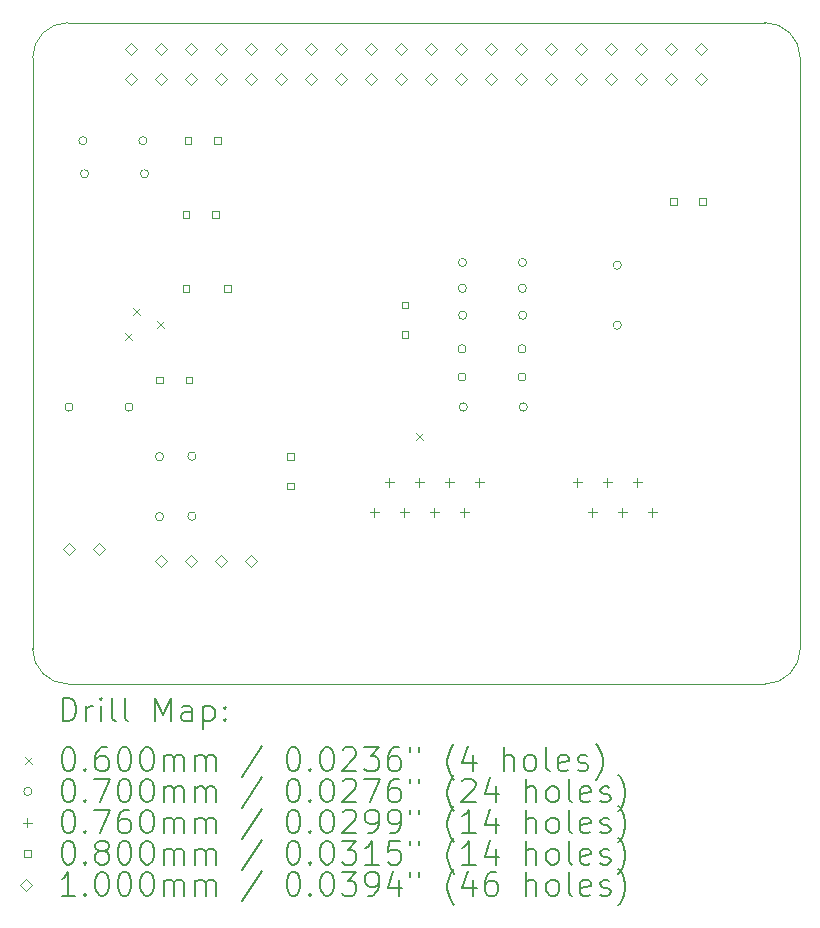
<source format=gbr>
%TF.GenerationSoftware,KiCad,Pcbnew,9.0.1*%
%TF.CreationDate,2025-06-21T16:03:46-05:00*%
%TF.ProjectId,rpi 1,72706920-312e-46b6-9963-61645f706362,rev?*%
%TF.SameCoordinates,Original*%
%TF.FileFunction,Drillmap*%
%TF.FilePolarity,Positive*%
%FSLAX45Y45*%
G04 Gerber Fmt 4.5, Leading zero omitted, Abs format (unit mm)*
G04 Created by KiCad (PCBNEW 9.0.1) date 2025-06-21 16:03:46*
%MOMM*%
%LPD*%
G01*
G04 APERTURE LIST*
%ADD10C,0.100000*%
%ADD11C,0.200000*%
G04 APERTURE END LIST*
D10*
X16200000Y-4400000D02*
G75*
G02*
X16500000Y-4700000I0J-300000D01*
G01*
X16500000Y-9700000D02*
X16500000Y-4700000D01*
X10300000Y-10000000D02*
G75*
G02*
X10000000Y-9700000I0J300000D01*
G01*
X10300000Y-10000000D02*
X16200000Y-10000000D01*
X16500000Y-9700000D02*
G75*
G02*
X16200000Y-10000000I-300000J0D01*
G01*
X10000000Y-4700000D02*
G75*
G02*
X10300000Y-4400000I300000J0D01*
G01*
X10000000Y-4700000D02*
X10000000Y-9700000D01*
X16200000Y-4400000D02*
X10300000Y-4400000D01*
D11*
D10*
X10783000Y-7031000D02*
X10843000Y-7091000D01*
X10843000Y-7031000D02*
X10783000Y-7091000D01*
X10851497Y-6818657D02*
X10911497Y-6878657D01*
X10911497Y-6818657D02*
X10851497Y-6878657D01*
X11052500Y-6930000D02*
X11112500Y-6990000D01*
X11112500Y-6930000D02*
X11052500Y-6990000D01*
X13245000Y-7875000D02*
X13305000Y-7935000D01*
X13305000Y-7875000D02*
X13245000Y-7935000D01*
X10343500Y-7655000D02*
G75*
G02*
X10273500Y-7655000I-35000J0D01*
G01*
X10273500Y-7655000D02*
G75*
G02*
X10343500Y-7655000I35000J0D01*
G01*
X10461000Y-5400000D02*
G75*
G02*
X10391000Y-5400000I-35000J0D01*
G01*
X10391000Y-5400000D02*
G75*
G02*
X10461000Y-5400000I35000J0D01*
G01*
X10475000Y-5680000D02*
G75*
G02*
X10405000Y-5680000I-35000J0D01*
G01*
X10405000Y-5680000D02*
G75*
G02*
X10475000Y-5680000I35000J0D01*
G01*
X10851500Y-7655000D02*
G75*
G02*
X10781500Y-7655000I-35000J0D01*
G01*
X10781500Y-7655000D02*
G75*
G02*
X10851500Y-7655000I35000J0D01*
G01*
X10969000Y-5400000D02*
G75*
G02*
X10899000Y-5400000I-35000J0D01*
G01*
X10899000Y-5400000D02*
G75*
G02*
X10969000Y-5400000I35000J0D01*
G01*
X10983000Y-5680000D02*
G75*
G02*
X10913000Y-5680000I-35000J0D01*
G01*
X10913000Y-5680000D02*
G75*
G02*
X10983000Y-5680000I35000J0D01*
G01*
X11110000Y-8075000D02*
G75*
G02*
X11040000Y-8075000I-35000J0D01*
G01*
X11040000Y-8075000D02*
G75*
G02*
X11110000Y-8075000I35000J0D01*
G01*
X11110000Y-8583000D02*
G75*
G02*
X11040000Y-8583000I-35000J0D01*
G01*
X11040000Y-8583000D02*
G75*
G02*
X11110000Y-8583000I35000J0D01*
G01*
X11385000Y-8071000D02*
G75*
G02*
X11315000Y-8071000I-35000J0D01*
G01*
X11315000Y-8071000D02*
G75*
G02*
X11385000Y-8071000I35000J0D01*
G01*
X11385000Y-8579000D02*
G75*
G02*
X11315000Y-8579000I-35000J0D01*
G01*
X11315000Y-8579000D02*
G75*
G02*
X11385000Y-8579000I35000J0D01*
G01*
X13671000Y-7163000D02*
G75*
G02*
X13601000Y-7163000I-35000J0D01*
G01*
X13601000Y-7163000D02*
G75*
G02*
X13671000Y-7163000I35000J0D01*
G01*
X13671000Y-7401000D02*
G75*
G02*
X13601000Y-7401000I-35000J0D01*
G01*
X13601000Y-7401000D02*
G75*
G02*
X13671000Y-7401000I35000J0D01*
G01*
X13674000Y-6431000D02*
G75*
G02*
X13604000Y-6431000I-35000J0D01*
G01*
X13604000Y-6431000D02*
G75*
G02*
X13674000Y-6431000I35000J0D01*
G01*
X13674000Y-6650000D02*
G75*
G02*
X13604000Y-6650000I-35000J0D01*
G01*
X13604000Y-6650000D02*
G75*
G02*
X13674000Y-6650000I35000J0D01*
G01*
X13677000Y-6878000D02*
G75*
G02*
X13607000Y-6878000I-35000J0D01*
G01*
X13607000Y-6878000D02*
G75*
G02*
X13677000Y-6878000I35000J0D01*
G01*
X13682000Y-7655000D02*
G75*
G02*
X13612000Y-7655000I-35000J0D01*
G01*
X13612000Y-7655000D02*
G75*
G02*
X13682000Y-7655000I35000J0D01*
G01*
X14179000Y-7163000D02*
G75*
G02*
X14109000Y-7163000I-35000J0D01*
G01*
X14109000Y-7163000D02*
G75*
G02*
X14179000Y-7163000I35000J0D01*
G01*
X14179000Y-7401000D02*
G75*
G02*
X14109000Y-7401000I-35000J0D01*
G01*
X14109000Y-7401000D02*
G75*
G02*
X14179000Y-7401000I35000J0D01*
G01*
X14182000Y-6431000D02*
G75*
G02*
X14112000Y-6431000I-35000J0D01*
G01*
X14112000Y-6431000D02*
G75*
G02*
X14182000Y-6431000I35000J0D01*
G01*
X14182000Y-6650000D02*
G75*
G02*
X14112000Y-6650000I-35000J0D01*
G01*
X14112000Y-6650000D02*
G75*
G02*
X14182000Y-6650000I35000J0D01*
G01*
X14185000Y-6878000D02*
G75*
G02*
X14115000Y-6878000I-35000J0D01*
G01*
X14115000Y-6878000D02*
G75*
G02*
X14185000Y-6878000I35000J0D01*
G01*
X14190000Y-7655000D02*
G75*
G02*
X14120000Y-7655000I-35000J0D01*
G01*
X14120000Y-7655000D02*
G75*
G02*
X14190000Y-7655000I35000J0D01*
G01*
X14985000Y-6454000D02*
G75*
G02*
X14915000Y-6454000I-35000J0D01*
G01*
X14915000Y-6454000D02*
G75*
G02*
X14985000Y-6454000I35000J0D01*
G01*
X14985000Y-6962000D02*
G75*
G02*
X14915000Y-6962000I-35000J0D01*
G01*
X14915000Y-6962000D02*
G75*
G02*
X14985000Y-6962000I35000J0D01*
G01*
X12891750Y-8507000D02*
X12891750Y-8583000D01*
X12853750Y-8545000D02*
X12929750Y-8545000D01*
X13018750Y-8253000D02*
X13018750Y-8329000D01*
X12980750Y-8291000D02*
X13056750Y-8291000D01*
X13145750Y-8507000D02*
X13145750Y-8583000D01*
X13107750Y-8545000D02*
X13183750Y-8545000D01*
X13272750Y-8253000D02*
X13272750Y-8329000D01*
X13234750Y-8291000D02*
X13310750Y-8291000D01*
X13399750Y-8507000D02*
X13399750Y-8583000D01*
X13361750Y-8545000D02*
X13437750Y-8545000D01*
X13526750Y-8253000D02*
X13526750Y-8329000D01*
X13488750Y-8291000D02*
X13564750Y-8291000D01*
X13653750Y-8507000D02*
X13653750Y-8583000D01*
X13615750Y-8545000D02*
X13691750Y-8545000D01*
X13780750Y-8253000D02*
X13780750Y-8329000D01*
X13742750Y-8291000D02*
X13818750Y-8291000D01*
X14610000Y-8253000D02*
X14610000Y-8329000D01*
X14572000Y-8291000D02*
X14648000Y-8291000D01*
X14737000Y-8507000D02*
X14737000Y-8583000D01*
X14699000Y-8545000D02*
X14775000Y-8545000D01*
X14864000Y-8253000D02*
X14864000Y-8329000D01*
X14826000Y-8291000D02*
X14902000Y-8291000D01*
X14991000Y-8507000D02*
X14991000Y-8583000D01*
X14953000Y-8545000D02*
X15029000Y-8545000D01*
X15118000Y-8253000D02*
X15118000Y-8329000D01*
X15080000Y-8291000D02*
X15156000Y-8291000D01*
X15245000Y-8507000D02*
X15245000Y-8583000D01*
X15207000Y-8545000D02*
X15283000Y-8545000D01*
X11103285Y-7453284D02*
X11103285Y-7396715D01*
X11046716Y-7396715D01*
X11046716Y-7453284D01*
X11103285Y-7453284D01*
X11328284Y-6053284D02*
X11328284Y-5996715D01*
X11271715Y-5996715D01*
X11271715Y-6053284D01*
X11328284Y-6053284D01*
X11328284Y-6678284D02*
X11328284Y-6621715D01*
X11271715Y-6621715D01*
X11271715Y-6678284D01*
X11328284Y-6678284D01*
X11343284Y-5428285D02*
X11343284Y-5371716D01*
X11286715Y-5371716D01*
X11286715Y-5428285D01*
X11343284Y-5428285D01*
X11353284Y-7453284D02*
X11353284Y-7396715D01*
X11296715Y-7396715D01*
X11296715Y-7453284D01*
X11353284Y-7453284D01*
X11578284Y-6053284D02*
X11578284Y-5996715D01*
X11521715Y-5996715D01*
X11521715Y-6053284D01*
X11578284Y-6053284D01*
X11593284Y-5428285D02*
X11593284Y-5371716D01*
X11536715Y-5371716D01*
X11536715Y-5428285D01*
X11593284Y-5428285D01*
X11678284Y-6678284D02*
X11678284Y-6621715D01*
X11621715Y-6621715D01*
X11621715Y-6678284D01*
X11678284Y-6678284D01*
X12213284Y-8100784D02*
X12213284Y-8044215D01*
X12156715Y-8044215D01*
X12156715Y-8100784D01*
X12213284Y-8100784D01*
X12213284Y-8350784D02*
X12213284Y-8294215D01*
X12156715Y-8294215D01*
X12156715Y-8350784D01*
X12213284Y-8350784D01*
X13180784Y-6818284D02*
X13180784Y-6761715D01*
X13124215Y-6761715D01*
X13124215Y-6818284D01*
X13180784Y-6818284D01*
X13180784Y-7068284D02*
X13180784Y-7011715D01*
X13124215Y-7011715D01*
X13124215Y-7068284D01*
X13180784Y-7068284D01*
X15452284Y-5940284D02*
X15452284Y-5883715D01*
X15395715Y-5883715D01*
X15395715Y-5940284D01*
X15452284Y-5940284D01*
X15702284Y-5940284D02*
X15702284Y-5883715D01*
X15645715Y-5883715D01*
X15645715Y-5940284D01*
X15702284Y-5940284D01*
X10310000Y-8906000D02*
X10360000Y-8856000D01*
X10310000Y-8806000D01*
X10260000Y-8856000D01*
X10310000Y-8906000D01*
X10564000Y-8906000D02*
X10614000Y-8856000D01*
X10564000Y-8806000D01*
X10514000Y-8856000D01*
X10564000Y-8906000D01*
X10837000Y-4673000D02*
X10887000Y-4623000D01*
X10837000Y-4573000D01*
X10787000Y-4623000D01*
X10837000Y-4673000D01*
X10837000Y-4927000D02*
X10887000Y-4877000D01*
X10837000Y-4827000D01*
X10787000Y-4877000D01*
X10837000Y-4927000D01*
X11086000Y-9010000D02*
X11136000Y-8960000D01*
X11086000Y-8910000D01*
X11036000Y-8960000D01*
X11086000Y-9010000D01*
X11091000Y-4673000D02*
X11141000Y-4623000D01*
X11091000Y-4573000D01*
X11041000Y-4623000D01*
X11091000Y-4673000D01*
X11091000Y-4927000D02*
X11141000Y-4877000D01*
X11091000Y-4827000D01*
X11041000Y-4877000D01*
X11091000Y-4927000D01*
X11340000Y-9010000D02*
X11390000Y-8960000D01*
X11340000Y-8910000D01*
X11290000Y-8960000D01*
X11340000Y-9010000D01*
X11345000Y-4673000D02*
X11395000Y-4623000D01*
X11345000Y-4573000D01*
X11295000Y-4623000D01*
X11345000Y-4673000D01*
X11345000Y-4927000D02*
X11395000Y-4877000D01*
X11345000Y-4827000D01*
X11295000Y-4877000D01*
X11345000Y-4927000D01*
X11594000Y-9010000D02*
X11644000Y-8960000D01*
X11594000Y-8910000D01*
X11544000Y-8960000D01*
X11594000Y-9010000D01*
X11599000Y-4673000D02*
X11649000Y-4623000D01*
X11599000Y-4573000D01*
X11549000Y-4623000D01*
X11599000Y-4673000D01*
X11599000Y-4927000D02*
X11649000Y-4877000D01*
X11599000Y-4827000D01*
X11549000Y-4877000D01*
X11599000Y-4927000D01*
X11848000Y-9010000D02*
X11898000Y-8960000D01*
X11848000Y-8910000D01*
X11798000Y-8960000D01*
X11848000Y-9010000D01*
X11853000Y-4673000D02*
X11903000Y-4623000D01*
X11853000Y-4573000D01*
X11803000Y-4623000D01*
X11853000Y-4673000D01*
X11853000Y-4927000D02*
X11903000Y-4877000D01*
X11853000Y-4827000D01*
X11803000Y-4877000D01*
X11853000Y-4927000D01*
X12107000Y-4673000D02*
X12157000Y-4623000D01*
X12107000Y-4573000D01*
X12057000Y-4623000D01*
X12107000Y-4673000D01*
X12107000Y-4927000D02*
X12157000Y-4877000D01*
X12107000Y-4827000D01*
X12057000Y-4877000D01*
X12107000Y-4927000D01*
X12361000Y-4673000D02*
X12411000Y-4623000D01*
X12361000Y-4573000D01*
X12311000Y-4623000D01*
X12361000Y-4673000D01*
X12361000Y-4927000D02*
X12411000Y-4877000D01*
X12361000Y-4827000D01*
X12311000Y-4877000D01*
X12361000Y-4927000D01*
X12615000Y-4673000D02*
X12665000Y-4623000D01*
X12615000Y-4573000D01*
X12565000Y-4623000D01*
X12615000Y-4673000D01*
X12615000Y-4927000D02*
X12665000Y-4877000D01*
X12615000Y-4827000D01*
X12565000Y-4877000D01*
X12615000Y-4927000D01*
X12869000Y-4673000D02*
X12919000Y-4623000D01*
X12869000Y-4573000D01*
X12819000Y-4623000D01*
X12869000Y-4673000D01*
X12869000Y-4927000D02*
X12919000Y-4877000D01*
X12869000Y-4827000D01*
X12819000Y-4877000D01*
X12869000Y-4927000D01*
X13123000Y-4673000D02*
X13173000Y-4623000D01*
X13123000Y-4573000D01*
X13073000Y-4623000D01*
X13123000Y-4673000D01*
X13123000Y-4927000D02*
X13173000Y-4877000D01*
X13123000Y-4827000D01*
X13073000Y-4877000D01*
X13123000Y-4927000D01*
X13377000Y-4673000D02*
X13427000Y-4623000D01*
X13377000Y-4573000D01*
X13327000Y-4623000D01*
X13377000Y-4673000D01*
X13377000Y-4927000D02*
X13427000Y-4877000D01*
X13377000Y-4827000D01*
X13327000Y-4877000D01*
X13377000Y-4927000D01*
X13631000Y-4673000D02*
X13681000Y-4623000D01*
X13631000Y-4573000D01*
X13581000Y-4623000D01*
X13631000Y-4673000D01*
X13631000Y-4927000D02*
X13681000Y-4877000D01*
X13631000Y-4827000D01*
X13581000Y-4877000D01*
X13631000Y-4927000D01*
X13885000Y-4673000D02*
X13935000Y-4623000D01*
X13885000Y-4573000D01*
X13835000Y-4623000D01*
X13885000Y-4673000D01*
X13885000Y-4927000D02*
X13935000Y-4877000D01*
X13885000Y-4827000D01*
X13835000Y-4877000D01*
X13885000Y-4927000D01*
X14139000Y-4673000D02*
X14189000Y-4623000D01*
X14139000Y-4573000D01*
X14089000Y-4623000D01*
X14139000Y-4673000D01*
X14139000Y-4927000D02*
X14189000Y-4877000D01*
X14139000Y-4827000D01*
X14089000Y-4877000D01*
X14139000Y-4927000D01*
X14393000Y-4673000D02*
X14443000Y-4623000D01*
X14393000Y-4573000D01*
X14343000Y-4623000D01*
X14393000Y-4673000D01*
X14393000Y-4927000D02*
X14443000Y-4877000D01*
X14393000Y-4827000D01*
X14343000Y-4877000D01*
X14393000Y-4927000D01*
X14647000Y-4673000D02*
X14697000Y-4623000D01*
X14647000Y-4573000D01*
X14597000Y-4623000D01*
X14647000Y-4673000D01*
X14647000Y-4927000D02*
X14697000Y-4877000D01*
X14647000Y-4827000D01*
X14597000Y-4877000D01*
X14647000Y-4927000D01*
X14901000Y-4673000D02*
X14951000Y-4623000D01*
X14901000Y-4573000D01*
X14851000Y-4623000D01*
X14901000Y-4673000D01*
X14901000Y-4927000D02*
X14951000Y-4877000D01*
X14901000Y-4827000D01*
X14851000Y-4877000D01*
X14901000Y-4927000D01*
X15155000Y-4673000D02*
X15205000Y-4623000D01*
X15155000Y-4573000D01*
X15105000Y-4623000D01*
X15155000Y-4673000D01*
X15155000Y-4927000D02*
X15205000Y-4877000D01*
X15155000Y-4827000D01*
X15105000Y-4877000D01*
X15155000Y-4927000D01*
X15409000Y-4673000D02*
X15459000Y-4623000D01*
X15409000Y-4573000D01*
X15359000Y-4623000D01*
X15409000Y-4673000D01*
X15409000Y-4927000D02*
X15459000Y-4877000D01*
X15409000Y-4827000D01*
X15359000Y-4877000D01*
X15409000Y-4927000D01*
X15663000Y-4673000D02*
X15713000Y-4623000D01*
X15663000Y-4573000D01*
X15613000Y-4623000D01*
X15663000Y-4673000D01*
X15663000Y-4927000D02*
X15713000Y-4877000D01*
X15663000Y-4827000D01*
X15613000Y-4877000D01*
X15663000Y-4927000D01*
D11*
X10255777Y-10316484D02*
X10255777Y-10116484D01*
X10255777Y-10116484D02*
X10303396Y-10116484D01*
X10303396Y-10116484D02*
X10331967Y-10126008D01*
X10331967Y-10126008D02*
X10351015Y-10145055D01*
X10351015Y-10145055D02*
X10360539Y-10164103D01*
X10360539Y-10164103D02*
X10370063Y-10202198D01*
X10370063Y-10202198D02*
X10370063Y-10230770D01*
X10370063Y-10230770D02*
X10360539Y-10268865D01*
X10360539Y-10268865D02*
X10351015Y-10287912D01*
X10351015Y-10287912D02*
X10331967Y-10306960D01*
X10331967Y-10306960D02*
X10303396Y-10316484D01*
X10303396Y-10316484D02*
X10255777Y-10316484D01*
X10455777Y-10316484D02*
X10455777Y-10183150D01*
X10455777Y-10221246D02*
X10465301Y-10202198D01*
X10465301Y-10202198D02*
X10474824Y-10192674D01*
X10474824Y-10192674D02*
X10493872Y-10183150D01*
X10493872Y-10183150D02*
X10512920Y-10183150D01*
X10579586Y-10316484D02*
X10579586Y-10183150D01*
X10579586Y-10116484D02*
X10570063Y-10126008D01*
X10570063Y-10126008D02*
X10579586Y-10135531D01*
X10579586Y-10135531D02*
X10589110Y-10126008D01*
X10589110Y-10126008D02*
X10579586Y-10116484D01*
X10579586Y-10116484D02*
X10579586Y-10135531D01*
X10703396Y-10316484D02*
X10684348Y-10306960D01*
X10684348Y-10306960D02*
X10674824Y-10287912D01*
X10674824Y-10287912D02*
X10674824Y-10116484D01*
X10808158Y-10316484D02*
X10789110Y-10306960D01*
X10789110Y-10306960D02*
X10779586Y-10287912D01*
X10779586Y-10287912D02*
X10779586Y-10116484D01*
X11036729Y-10316484D02*
X11036729Y-10116484D01*
X11036729Y-10116484D02*
X11103396Y-10259341D01*
X11103396Y-10259341D02*
X11170063Y-10116484D01*
X11170063Y-10116484D02*
X11170063Y-10316484D01*
X11351015Y-10316484D02*
X11351015Y-10211722D01*
X11351015Y-10211722D02*
X11341491Y-10192674D01*
X11341491Y-10192674D02*
X11322443Y-10183150D01*
X11322443Y-10183150D02*
X11284348Y-10183150D01*
X11284348Y-10183150D02*
X11265301Y-10192674D01*
X11351015Y-10306960D02*
X11331967Y-10316484D01*
X11331967Y-10316484D02*
X11284348Y-10316484D01*
X11284348Y-10316484D02*
X11265301Y-10306960D01*
X11265301Y-10306960D02*
X11255777Y-10287912D01*
X11255777Y-10287912D02*
X11255777Y-10268865D01*
X11255777Y-10268865D02*
X11265301Y-10249817D01*
X11265301Y-10249817D02*
X11284348Y-10240293D01*
X11284348Y-10240293D02*
X11331967Y-10240293D01*
X11331967Y-10240293D02*
X11351015Y-10230770D01*
X11446253Y-10183150D02*
X11446253Y-10383150D01*
X11446253Y-10192674D02*
X11465301Y-10183150D01*
X11465301Y-10183150D02*
X11503396Y-10183150D01*
X11503396Y-10183150D02*
X11522443Y-10192674D01*
X11522443Y-10192674D02*
X11531967Y-10202198D01*
X11531967Y-10202198D02*
X11541491Y-10221246D01*
X11541491Y-10221246D02*
X11541491Y-10278389D01*
X11541491Y-10278389D02*
X11531967Y-10297436D01*
X11531967Y-10297436D02*
X11522443Y-10306960D01*
X11522443Y-10306960D02*
X11503396Y-10316484D01*
X11503396Y-10316484D02*
X11465301Y-10316484D01*
X11465301Y-10316484D02*
X11446253Y-10306960D01*
X11627205Y-10297436D02*
X11636729Y-10306960D01*
X11636729Y-10306960D02*
X11627205Y-10316484D01*
X11627205Y-10316484D02*
X11617682Y-10306960D01*
X11617682Y-10306960D02*
X11627205Y-10297436D01*
X11627205Y-10297436D02*
X11627205Y-10316484D01*
X11627205Y-10192674D02*
X11636729Y-10202198D01*
X11636729Y-10202198D02*
X11627205Y-10211722D01*
X11627205Y-10211722D02*
X11617682Y-10202198D01*
X11617682Y-10202198D02*
X11627205Y-10192674D01*
X11627205Y-10192674D02*
X11627205Y-10211722D01*
D10*
X9935000Y-10615000D02*
X9995000Y-10675000D01*
X9995000Y-10615000D02*
X9935000Y-10675000D01*
D11*
X10293872Y-10536484D02*
X10312920Y-10536484D01*
X10312920Y-10536484D02*
X10331967Y-10546008D01*
X10331967Y-10546008D02*
X10341491Y-10555531D01*
X10341491Y-10555531D02*
X10351015Y-10574579D01*
X10351015Y-10574579D02*
X10360539Y-10612674D01*
X10360539Y-10612674D02*
X10360539Y-10660293D01*
X10360539Y-10660293D02*
X10351015Y-10698389D01*
X10351015Y-10698389D02*
X10341491Y-10717436D01*
X10341491Y-10717436D02*
X10331967Y-10726960D01*
X10331967Y-10726960D02*
X10312920Y-10736484D01*
X10312920Y-10736484D02*
X10293872Y-10736484D01*
X10293872Y-10736484D02*
X10274824Y-10726960D01*
X10274824Y-10726960D02*
X10265301Y-10717436D01*
X10265301Y-10717436D02*
X10255777Y-10698389D01*
X10255777Y-10698389D02*
X10246253Y-10660293D01*
X10246253Y-10660293D02*
X10246253Y-10612674D01*
X10246253Y-10612674D02*
X10255777Y-10574579D01*
X10255777Y-10574579D02*
X10265301Y-10555531D01*
X10265301Y-10555531D02*
X10274824Y-10546008D01*
X10274824Y-10546008D02*
X10293872Y-10536484D01*
X10446253Y-10717436D02*
X10455777Y-10726960D01*
X10455777Y-10726960D02*
X10446253Y-10736484D01*
X10446253Y-10736484D02*
X10436729Y-10726960D01*
X10436729Y-10726960D02*
X10446253Y-10717436D01*
X10446253Y-10717436D02*
X10446253Y-10736484D01*
X10627205Y-10536484D02*
X10589110Y-10536484D01*
X10589110Y-10536484D02*
X10570063Y-10546008D01*
X10570063Y-10546008D02*
X10560539Y-10555531D01*
X10560539Y-10555531D02*
X10541491Y-10584103D01*
X10541491Y-10584103D02*
X10531967Y-10622198D01*
X10531967Y-10622198D02*
X10531967Y-10698389D01*
X10531967Y-10698389D02*
X10541491Y-10717436D01*
X10541491Y-10717436D02*
X10551015Y-10726960D01*
X10551015Y-10726960D02*
X10570063Y-10736484D01*
X10570063Y-10736484D02*
X10608158Y-10736484D01*
X10608158Y-10736484D02*
X10627205Y-10726960D01*
X10627205Y-10726960D02*
X10636729Y-10717436D01*
X10636729Y-10717436D02*
X10646253Y-10698389D01*
X10646253Y-10698389D02*
X10646253Y-10650770D01*
X10646253Y-10650770D02*
X10636729Y-10631722D01*
X10636729Y-10631722D02*
X10627205Y-10622198D01*
X10627205Y-10622198D02*
X10608158Y-10612674D01*
X10608158Y-10612674D02*
X10570063Y-10612674D01*
X10570063Y-10612674D02*
X10551015Y-10622198D01*
X10551015Y-10622198D02*
X10541491Y-10631722D01*
X10541491Y-10631722D02*
X10531967Y-10650770D01*
X10770063Y-10536484D02*
X10789110Y-10536484D01*
X10789110Y-10536484D02*
X10808158Y-10546008D01*
X10808158Y-10546008D02*
X10817682Y-10555531D01*
X10817682Y-10555531D02*
X10827205Y-10574579D01*
X10827205Y-10574579D02*
X10836729Y-10612674D01*
X10836729Y-10612674D02*
X10836729Y-10660293D01*
X10836729Y-10660293D02*
X10827205Y-10698389D01*
X10827205Y-10698389D02*
X10817682Y-10717436D01*
X10817682Y-10717436D02*
X10808158Y-10726960D01*
X10808158Y-10726960D02*
X10789110Y-10736484D01*
X10789110Y-10736484D02*
X10770063Y-10736484D01*
X10770063Y-10736484D02*
X10751015Y-10726960D01*
X10751015Y-10726960D02*
X10741491Y-10717436D01*
X10741491Y-10717436D02*
X10731967Y-10698389D01*
X10731967Y-10698389D02*
X10722444Y-10660293D01*
X10722444Y-10660293D02*
X10722444Y-10612674D01*
X10722444Y-10612674D02*
X10731967Y-10574579D01*
X10731967Y-10574579D02*
X10741491Y-10555531D01*
X10741491Y-10555531D02*
X10751015Y-10546008D01*
X10751015Y-10546008D02*
X10770063Y-10536484D01*
X10960539Y-10536484D02*
X10979586Y-10536484D01*
X10979586Y-10536484D02*
X10998634Y-10546008D01*
X10998634Y-10546008D02*
X11008158Y-10555531D01*
X11008158Y-10555531D02*
X11017682Y-10574579D01*
X11017682Y-10574579D02*
X11027205Y-10612674D01*
X11027205Y-10612674D02*
X11027205Y-10660293D01*
X11027205Y-10660293D02*
X11017682Y-10698389D01*
X11017682Y-10698389D02*
X11008158Y-10717436D01*
X11008158Y-10717436D02*
X10998634Y-10726960D01*
X10998634Y-10726960D02*
X10979586Y-10736484D01*
X10979586Y-10736484D02*
X10960539Y-10736484D01*
X10960539Y-10736484D02*
X10941491Y-10726960D01*
X10941491Y-10726960D02*
X10931967Y-10717436D01*
X10931967Y-10717436D02*
X10922444Y-10698389D01*
X10922444Y-10698389D02*
X10912920Y-10660293D01*
X10912920Y-10660293D02*
X10912920Y-10612674D01*
X10912920Y-10612674D02*
X10922444Y-10574579D01*
X10922444Y-10574579D02*
X10931967Y-10555531D01*
X10931967Y-10555531D02*
X10941491Y-10546008D01*
X10941491Y-10546008D02*
X10960539Y-10536484D01*
X11112920Y-10736484D02*
X11112920Y-10603150D01*
X11112920Y-10622198D02*
X11122444Y-10612674D01*
X11122444Y-10612674D02*
X11141491Y-10603150D01*
X11141491Y-10603150D02*
X11170063Y-10603150D01*
X11170063Y-10603150D02*
X11189110Y-10612674D01*
X11189110Y-10612674D02*
X11198634Y-10631722D01*
X11198634Y-10631722D02*
X11198634Y-10736484D01*
X11198634Y-10631722D02*
X11208158Y-10612674D01*
X11208158Y-10612674D02*
X11227205Y-10603150D01*
X11227205Y-10603150D02*
X11255777Y-10603150D01*
X11255777Y-10603150D02*
X11274824Y-10612674D01*
X11274824Y-10612674D02*
X11284348Y-10631722D01*
X11284348Y-10631722D02*
X11284348Y-10736484D01*
X11379586Y-10736484D02*
X11379586Y-10603150D01*
X11379586Y-10622198D02*
X11389110Y-10612674D01*
X11389110Y-10612674D02*
X11408158Y-10603150D01*
X11408158Y-10603150D02*
X11436729Y-10603150D01*
X11436729Y-10603150D02*
X11455777Y-10612674D01*
X11455777Y-10612674D02*
X11465301Y-10631722D01*
X11465301Y-10631722D02*
X11465301Y-10736484D01*
X11465301Y-10631722D02*
X11474824Y-10612674D01*
X11474824Y-10612674D02*
X11493872Y-10603150D01*
X11493872Y-10603150D02*
X11522443Y-10603150D01*
X11522443Y-10603150D02*
X11541491Y-10612674D01*
X11541491Y-10612674D02*
X11551015Y-10631722D01*
X11551015Y-10631722D02*
X11551015Y-10736484D01*
X11941491Y-10526960D02*
X11770063Y-10784103D01*
X12198634Y-10536484D02*
X12217682Y-10536484D01*
X12217682Y-10536484D02*
X12236729Y-10546008D01*
X12236729Y-10546008D02*
X12246253Y-10555531D01*
X12246253Y-10555531D02*
X12255777Y-10574579D01*
X12255777Y-10574579D02*
X12265301Y-10612674D01*
X12265301Y-10612674D02*
X12265301Y-10660293D01*
X12265301Y-10660293D02*
X12255777Y-10698389D01*
X12255777Y-10698389D02*
X12246253Y-10717436D01*
X12246253Y-10717436D02*
X12236729Y-10726960D01*
X12236729Y-10726960D02*
X12217682Y-10736484D01*
X12217682Y-10736484D02*
X12198634Y-10736484D01*
X12198634Y-10736484D02*
X12179586Y-10726960D01*
X12179586Y-10726960D02*
X12170063Y-10717436D01*
X12170063Y-10717436D02*
X12160539Y-10698389D01*
X12160539Y-10698389D02*
X12151015Y-10660293D01*
X12151015Y-10660293D02*
X12151015Y-10612674D01*
X12151015Y-10612674D02*
X12160539Y-10574579D01*
X12160539Y-10574579D02*
X12170063Y-10555531D01*
X12170063Y-10555531D02*
X12179586Y-10546008D01*
X12179586Y-10546008D02*
X12198634Y-10536484D01*
X12351015Y-10717436D02*
X12360539Y-10726960D01*
X12360539Y-10726960D02*
X12351015Y-10736484D01*
X12351015Y-10736484D02*
X12341491Y-10726960D01*
X12341491Y-10726960D02*
X12351015Y-10717436D01*
X12351015Y-10717436D02*
X12351015Y-10736484D01*
X12484348Y-10536484D02*
X12503396Y-10536484D01*
X12503396Y-10536484D02*
X12522444Y-10546008D01*
X12522444Y-10546008D02*
X12531967Y-10555531D01*
X12531967Y-10555531D02*
X12541491Y-10574579D01*
X12541491Y-10574579D02*
X12551015Y-10612674D01*
X12551015Y-10612674D02*
X12551015Y-10660293D01*
X12551015Y-10660293D02*
X12541491Y-10698389D01*
X12541491Y-10698389D02*
X12531967Y-10717436D01*
X12531967Y-10717436D02*
X12522444Y-10726960D01*
X12522444Y-10726960D02*
X12503396Y-10736484D01*
X12503396Y-10736484D02*
X12484348Y-10736484D01*
X12484348Y-10736484D02*
X12465301Y-10726960D01*
X12465301Y-10726960D02*
X12455777Y-10717436D01*
X12455777Y-10717436D02*
X12446253Y-10698389D01*
X12446253Y-10698389D02*
X12436729Y-10660293D01*
X12436729Y-10660293D02*
X12436729Y-10612674D01*
X12436729Y-10612674D02*
X12446253Y-10574579D01*
X12446253Y-10574579D02*
X12455777Y-10555531D01*
X12455777Y-10555531D02*
X12465301Y-10546008D01*
X12465301Y-10546008D02*
X12484348Y-10536484D01*
X12627206Y-10555531D02*
X12636729Y-10546008D01*
X12636729Y-10546008D02*
X12655777Y-10536484D01*
X12655777Y-10536484D02*
X12703396Y-10536484D01*
X12703396Y-10536484D02*
X12722444Y-10546008D01*
X12722444Y-10546008D02*
X12731967Y-10555531D01*
X12731967Y-10555531D02*
X12741491Y-10574579D01*
X12741491Y-10574579D02*
X12741491Y-10593627D01*
X12741491Y-10593627D02*
X12731967Y-10622198D01*
X12731967Y-10622198D02*
X12617682Y-10736484D01*
X12617682Y-10736484D02*
X12741491Y-10736484D01*
X12808158Y-10536484D02*
X12931967Y-10536484D01*
X12931967Y-10536484D02*
X12865301Y-10612674D01*
X12865301Y-10612674D02*
X12893872Y-10612674D01*
X12893872Y-10612674D02*
X12912920Y-10622198D01*
X12912920Y-10622198D02*
X12922444Y-10631722D01*
X12922444Y-10631722D02*
X12931967Y-10650770D01*
X12931967Y-10650770D02*
X12931967Y-10698389D01*
X12931967Y-10698389D02*
X12922444Y-10717436D01*
X12922444Y-10717436D02*
X12912920Y-10726960D01*
X12912920Y-10726960D02*
X12893872Y-10736484D01*
X12893872Y-10736484D02*
X12836729Y-10736484D01*
X12836729Y-10736484D02*
X12817682Y-10726960D01*
X12817682Y-10726960D02*
X12808158Y-10717436D01*
X13103396Y-10536484D02*
X13065301Y-10536484D01*
X13065301Y-10536484D02*
X13046253Y-10546008D01*
X13046253Y-10546008D02*
X13036729Y-10555531D01*
X13036729Y-10555531D02*
X13017682Y-10584103D01*
X13017682Y-10584103D02*
X13008158Y-10622198D01*
X13008158Y-10622198D02*
X13008158Y-10698389D01*
X13008158Y-10698389D02*
X13017682Y-10717436D01*
X13017682Y-10717436D02*
X13027206Y-10726960D01*
X13027206Y-10726960D02*
X13046253Y-10736484D01*
X13046253Y-10736484D02*
X13084348Y-10736484D01*
X13084348Y-10736484D02*
X13103396Y-10726960D01*
X13103396Y-10726960D02*
X13112920Y-10717436D01*
X13112920Y-10717436D02*
X13122444Y-10698389D01*
X13122444Y-10698389D02*
X13122444Y-10650770D01*
X13122444Y-10650770D02*
X13112920Y-10631722D01*
X13112920Y-10631722D02*
X13103396Y-10622198D01*
X13103396Y-10622198D02*
X13084348Y-10612674D01*
X13084348Y-10612674D02*
X13046253Y-10612674D01*
X13046253Y-10612674D02*
X13027206Y-10622198D01*
X13027206Y-10622198D02*
X13017682Y-10631722D01*
X13017682Y-10631722D02*
X13008158Y-10650770D01*
X13198634Y-10536484D02*
X13198634Y-10574579D01*
X13274825Y-10536484D02*
X13274825Y-10574579D01*
X13570063Y-10812674D02*
X13560539Y-10803150D01*
X13560539Y-10803150D02*
X13541491Y-10774579D01*
X13541491Y-10774579D02*
X13531968Y-10755531D01*
X13531968Y-10755531D02*
X13522444Y-10726960D01*
X13522444Y-10726960D02*
X13512920Y-10679341D01*
X13512920Y-10679341D02*
X13512920Y-10641246D01*
X13512920Y-10641246D02*
X13522444Y-10593627D01*
X13522444Y-10593627D02*
X13531968Y-10565055D01*
X13531968Y-10565055D02*
X13541491Y-10546008D01*
X13541491Y-10546008D02*
X13560539Y-10517436D01*
X13560539Y-10517436D02*
X13570063Y-10507912D01*
X13731968Y-10603150D02*
X13731968Y-10736484D01*
X13684348Y-10526960D02*
X13636729Y-10669817D01*
X13636729Y-10669817D02*
X13760539Y-10669817D01*
X13989110Y-10736484D02*
X13989110Y-10536484D01*
X14074825Y-10736484D02*
X14074825Y-10631722D01*
X14074825Y-10631722D02*
X14065301Y-10612674D01*
X14065301Y-10612674D02*
X14046253Y-10603150D01*
X14046253Y-10603150D02*
X14017682Y-10603150D01*
X14017682Y-10603150D02*
X13998634Y-10612674D01*
X13998634Y-10612674D02*
X13989110Y-10622198D01*
X14198634Y-10736484D02*
X14179587Y-10726960D01*
X14179587Y-10726960D02*
X14170063Y-10717436D01*
X14170063Y-10717436D02*
X14160539Y-10698389D01*
X14160539Y-10698389D02*
X14160539Y-10641246D01*
X14160539Y-10641246D02*
X14170063Y-10622198D01*
X14170063Y-10622198D02*
X14179587Y-10612674D01*
X14179587Y-10612674D02*
X14198634Y-10603150D01*
X14198634Y-10603150D02*
X14227206Y-10603150D01*
X14227206Y-10603150D02*
X14246253Y-10612674D01*
X14246253Y-10612674D02*
X14255777Y-10622198D01*
X14255777Y-10622198D02*
X14265301Y-10641246D01*
X14265301Y-10641246D02*
X14265301Y-10698389D01*
X14265301Y-10698389D02*
X14255777Y-10717436D01*
X14255777Y-10717436D02*
X14246253Y-10726960D01*
X14246253Y-10726960D02*
X14227206Y-10736484D01*
X14227206Y-10736484D02*
X14198634Y-10736484D01*
X14379587Y-10736484D02*
X14360539Y-10726960D01*
X14360539Y-10726960D02*
X14351015Y-10707912D01*
X14351015Y-10707912D02*
X14351015Y-10536484D01*
X14531968Y-10726960D02*
X14512920Y-10736484D01*
X14512920Y-10736484D02*
X14474825Y-10736484D01*
X14474825Y-10736484D02*
X14455777Y-10726960D01*
X14455777Y-10726960D02*
X14446253Y-10707912D01*
X14446253Y-10707912D02*
X14446253Y-10631722D01*
X14446253Y-10631722D02*
X14455777Y-10612674D01*
X14455777Y-10612674D02*
X14474825Y-10603150D01*
X14474825Y-10603150D02*
X14512920Y-10603150D01*
X14512920Y-10603150D02*
X14531968Y-10612674D01*
X14531968Y-10612674D02*
X14541491Y-10631722D01*
X14541491Y-10631722D02*
X14541491Y-10650770D01*
X14541491Y-10650770D02*
X14446253Y-10669817D01*
X14617682Y-10726960D02*
X14636730Y-10736484D01*
X14636730Y-10736484D02*
X14674825Y-10736484D01*
X14674825Y-10736484D02*
X14693872Y-10726960D01*
X14693872Y-10726960D02*
X14703396Y-10707912D01*
X14703396Y-10707912D02*
X14703396Y-10698389D01*
X14703396Y-10698389D02*
X14693872Y-10679341D01*
X14693872Y-10679341D02*
X14674825Y-10669817D01*
X14674825Y-10669817D02*
X14646253Y-10669817D01*
X14646253Y-10669817D02*
X14627206Y-10660293D01*
X14627206Y-10660293D02*
X14617682Y-10641246D01*
X14617682Y-10641246D02*
X14617682Y-10631722D01*
X14617682Y-10631722D02*
X14627206Y-10612674D01*
X14627206Y-10612674D02*
X14646253Y-10603150D01*
X14646253Y-10603150D02*
X14674825Y-10603150D01*
X14674825Y-10603150D02*
X14693872Y-10612674D01*
X14770063Y-10812674D02*
X14779587Y-10803150D01*
X14779587Y-10803150D02*
X14798634Y-10774579D01*
X14798634Y-10774579D02*
X14808158Y-10755531D01*
X14808158Y-10755531D02*
X14817682Y-10726960D01*
X14817682Y-10726960D02*
X14827206Y-10679341D01*
X14827206Y-10679341D02*
X14827206Y-10641246D01*
X14827206Y-10641246D02*
X14817682Y-10593627D01*
X14817682Y-10593627D02*
X14808158Y-10565055D01*
X14808158Y-10565055D02*
X14798634Y-10546008D01*
X14798634Y-10546008D02*
X14779587Y-10517436D01*
X14779587Y-10517436D02*
X14770063Y-10507912D01*
D10*
X9995000Y-10909000D02*
G75*
G02*
X9925000Y-10909000I-35000J0D01*
G01*
X9925000Y-10909000D02*
G75*
G02*
X9995000Y-10909000I35000J0D01*
G01*
D11*
X10293872Y-10800484D02*
X10312920Y-10800484D01*
X10312920Y-10800484D02*
X10331967Y-10810008D01*
X10331967Y-10810008D02*
X10341491Y-10819531D01*
X10341491Y-10819531D02*
X10351015Y-10838579D01*
X10351015Y-10838579D02*
X10360539Y-10876674D01*
X10360539Y-10876674D02*
X10360539Y-10924293D01*
X10360539Y-10924293D02*
X10351015Y-10962389D01*
X10351015Y-10962389D02*
X10341491Y-10981436D01*
X10341491Y-10981436D02*
X10331967Y-10990960D01*
X10331967Y-10990960D02*
X10312920Y-11000484D01*
X10312920Y-11000484D02*
X10293872Y-11000484D01*
X10293872Y-11000484D02*
X10274824Y-10990960D01*
X10274824Y-10990960D02*
X10265301Y-10981436D01*
X10265301Y-10981436D02*
X10255777Y-10962389D01*
X10255777Y-10962389D02*
X10246253Y-10924293D01*
X10246253Y-10924293D02*
X10246253Y-10876674D01*
X10246253Y-10876674D02*
X10255777Y-10838579D01*
X10255777Y-10838579D02*
X10265301Y-10819531D01*
X10265301Y-10819531D02*
X10274824Y-10810008D01*
X10274824Y-10810008D02*
X10293872Y-10800484D01*
X10446253Y-10981436D02*
X10455777Y-10990960D01*
X10455777Y-10990960D02*
X10446253Y-11000484D01*
X10446253Y-11000484D02*
X10436729Y-10990960D01*
X10436729Y-10990960D02*
X10446253Y-10981436D01*
X10446253Y-10981436D02*
X10446253Y-11000484D01*
X10522444Y-10800484D02*
X10655777Y-10800484D01*
X10655777Y-10800484D02*
X10570063Y-11000484D01*
X10770063Y-10800484D02*
X10789110Y-10800484D01*
X10789110Y-10800484D02*
X10808158Y-10810008D01*
X10808158Y-10810008D02*
X10817682Y-10819531D01*
X10817682Y-10819531D02*
X10827205Y-10838579D01*
X10827205Y-10838579D02*
X10836729Y-10876674D01*
X10836729Y-10876674D02*
X10836729Y-10924293D01*
X10836729Y-10924293D02*
X10827205Y-10962389D01*
X10827205Y-10962389D02*
X10817682Y-10981436D01*
X10817682Y-10981436D02*
X10808158Y-10990960D01*
X10808158Y-10990960D02*
X10789110Y-11000484D01*
X10789110Y-11000484D02*
X10770063Y-11000484D01*
X10770063Y-11000484D02*
X10751015Y-10990960D01*
X10751015Y-10990960D02*
X10741491Y-10981436D01*
X10741491Y-10981436D02*
X10731967Y-10962389D01*
X10731967Y-10962389D02*
X10722444Y-10924293D01*
X10722444Y-10924293D02*
X10722444Y-10876674D01*
X10722444Y-10876674D02*
X10731967Y-10838579D01*
X10731967Y-10838579D02*
X10741491Y-10819531D01*
X10741491Y-10819531D02*
X10751015Y-10810008D01*
X10751015Y-10810008D02*
X10770063Y-10800484D01*
X10960539Y-10800484D02*
X10979586Y-10800484D01*
X10979586Y-10800484D02*
X10998634Y-10810008D01*
X10998634Y-10810008D02*
X11008158Y-10819531D01*
X11008158Y-10819531D02*
X11017682Y-10838579D01*
X11017682Y-10838579D02*
X11027205Y-10876674D01*
X11027205Y-10876674D02*
X11027205Y-10924293D01*
X11027205Y-10924293D02*
X11017682Y-10962389D01*
X11017682Y-10962389D02*
X11008158Y-10981436D01*
X11008158Y-10981436D02*
X10998634Y-10990960D01*
X10998634Y-10990960D02*
X10979586Y-11000484D01*
X10979586Y-11000484D02*
X10960539Y-11000484D01*
X10960539Y-11000484D02*
X10941491Y-10990960D01*
X10941491Y-10990960D02*
X10931967Y-10981436D01*
X10931967Y-10981436D02*
X10922444Y-10962389D01*
X10922444Y-10962389D02*
X10912920Y-10924293D01*
X10912920Y-10924293D02*
X10912920Y-10876674D01*
X10912920Y-10876674D02*
X10922444Y-10838579D01*
X10922444Y-10838579D02*
X10931967Y-10819531D01*
X10931967Y-10819531D02*
X10941491Y-10810008D01*
X10941491Y-10810008D02*
X10960539Y-10800484D01*
X11112920Y-11000484D02*
X11112920Y-10867150D01*
X11112920Y-10886198D02*
X11122444Y-10876674D01*
X11122444Y-10876674D02*
X11141491Y-10867150D01*
X11141491Y-10867150D02*
X11170063Y-10867150D01*
X11170063Y-10867150D02*
X11189110Y-10876674D01*
X11189110Y-10876674D02*
X11198634Y-10895722D01*
X11198634Y-10895722D02*
X11198634Y-11000484D01*
X11198634Y-10895722D02*
X11208158Y-10876674D01*
X11208158Y-10876674D02*
X11227205Y-10867150D01*
X11227205Y-10867150D02*
X11255777Y-10867150D01*
X11255777Y-10867150D02*
X11274824Y-10876674D01*
X11274824Y-10876674D02*
X11284348Y-10895722D01*
X11284348Y-10895722D02*
X11284348Y-11000484D01*
X11379586Y-11000484D02*
X11379586Y-10867150D01*
X11379586Y-10886198D02*
X11389110Y-10876674D01*
X11389110Y-10876674D02*
X11408158Y-10867150D01*
X11408158Y-10867150D02*
X11436729Y-10867150D01*
X11436729Y-10867150D02*
X11455777Y-10876674D01*
X11455777Y-10876674D02*
X11465301Y-10895722D01*
X11465301Y-10895722D02*
X11465301Y-11000484D01*
X11465301Y-10895722D02*
X11474824Y-10876674D01*
X11474824Y-10876674D02*
X11493872Y-10867150D01*
X11493872Y-10867150D02*
X11522443Y-10867150D01*
X11522443Y-10867150D02*
X11541491Y-10876674D01*
X11541491Y-10876674D02*
X11551015Y-10895722D01*
X11551015Y-10895722D02*
X11551015Y-11000484D01*
X11941491Y-10790960D02*
X11770063Y-11048103D01*
X12198634Y-10800484D02*
X12217682Y-10800484D01*
X12217682Y-10800484D02*
X12236729Y-10810008D01*
X12236729Y-10810008D02*
X12246253Y-10819531D01*
X12246253Y-10819531D02*
X12255777Y-10838579D01*
X12255777Y-10838579D02*
X12265301Y-10876674D01*
X12265301Y-10876674D02*
X12265301Y-10924293D01*
X12265301Y-10924293D02*
X12255777Y-10962389D01*
X12255777Y-10962389D02*
X12246253Y-10981436D01*
X12246253Y-10981436D02*
X12236729Y-10990960D01*
X12236729Y-10990960D02*
X12217682Y-11000484D01*
X12217682Y-11000484D02*
X12198634Y-11000484D01*
X12198634Y-11000484D02*
X12179586Y-10990960D01*
X12179586Y-10990960D02*
X12170063Y-10981436D01*
X12170063Y-10981436D02*
X12160539Y-10962389D01*
X12160539Y-10962389D02*
X12151015Y-10924293D01*
X12151015Y-10924293D02*
X12151015Y-10876674D01*
X12151015Y-10876674D02*
X12160539Y-10838579D01*
X12160539Y-10838579D02*
X12170063Y-10819531D01*
X12170063Y-10819531D02*
X12179586Y-10810008D01*
X12179586Y-10810008D02*
X12198634Y-10800484D01*
X12351015Y-10981436D02*
X12360539Y-10990960D01*
X12360539Y-10990960D02*
X12351015Y-11000484D01*
X12351015Y-11000484D02*
X12341491Y-10990960D01*
X12341491Y-10990960D02*
X12351015Y-10981436D01*
X12351015Y-10981436D02*
X12351015Y-11000484D01*
X12484348Y-10800484D02*
X12503396Y-10800484D01*
X12503396Y-10800484D02*
X12522444Y-10810008D01*
X12522444Y-10810008D02*
X12531967Y-10819531D01*
X12531967Y-10819531D02*
X12541491Y-10838579D01*
X12541491Y-10838579D02*
X12551015Y-10876674D01*
X12551015Y-10876674D02*
X12551015Y-10924293D01*
X12551015Y-10924293D02*
X12541491Y-10962389D01*
X12541491Y-10962389D02*
X12531967Y-10981436D01*
X12531967Y-10981436D02*
X12522444Y-10990960D01*
X12522444Y-10990960D02*
X12503396Y-11000484D01*
X12503396Y-11000484D02*
X12484348Y-11000484D01*
X12484348Y-11000484D02*
X12465301Y-10990960D01*
X12465301Y-10990960D02*
X12455777Y-10981436D01*
X12455777Y-10981436D02*
X12446253Y-10962389D01*
X12446253Y-10962389D02*
X12436729Y-10924293D01*
X12436729Y-10924293D02*
X12436729Y-10876674D01*
X12436729Y-10876674D02*
X12446253Y-10838579D01*
X12446253Y-10838579D02*
X12455777Y-10819531D01*
X12455777Y-10819531D02*
X12465301Y-10810008D01*
X12465301Y-10810008D02*
X12484348Y-10800484D01*
X12627206Y-10819531D02*
X12636729Y-10810008D01*
X12636729Y-10810008D02*
X12655777Y-10800484D01*
X12655777Y-10800484D02*
X12703396Y-10800484D01*
X12703396Y-10800484D02*
X12722444Y-10810008D01*
X12722444Y-10810008D02*
X12731967Y-10819531D01*
X12731967Y-10819531D02*
X12741491Y-10838579D01*
X12741491Y-10838579D02*
X12741491Y-10857627D01*
X12741491Y-10857627D02*
X12731967Y-10886198D01*
X12731967Y-10886198D02*
X12617682Y-11000484D01*
X12617682Y-11000484D02*
X12741491Y-11000484D01*
X12808158Y-10800484D02*
X12941491Y-10800484D01*
X12941491Y-10800484D02*
X12855777Y-11000484D01*
X13103396Y-10800484D02*
X13065301Y-10800484D01*
X13065301Y-10800484D02*
X13046253Y-10810008D01*
X13046253Y-10810008D02*
X13036729Y-10819531D01*
X13036729Y-10819531D02*
X13017682Y-10848103D01*
X13017682Y-10848103D02*
X13008158Y-10886198D01*
X13008158Y-10886198D02*
X13008158Y-10962389D01*
X13008158Y-10962389D02*
X13017682Y-10981436D01*
X13017682Y-10981436D02*
X13027206Y-10990960D01*
X13027206Y-10990960D02*
X13046253Y-11000484D01*
X13046253Y-11000484D02*
X13084348Y-11000484D01*
X13084348Y-11000484D02*
X13103396Y-10990960D01*
X13103396Y-10990960D02*
X13112920Y-10981436D01*
X13112920Y-10981436D02*
X13122444Y-10962389D01*
X13122444Y-10962389D02*
X13122444Y-10914770D01*
X13122444Y-10914770D02*
X13112920Y-10895722D01*
X13112920Y-10895722D02*
X13103396Y-10886198D01*
X13103396Y-10886198D02*
X13084348Y-10876674D01*
X13084348Y-10876674D02*
X13046253Y-10876674D01*
X13046253Y-10876674D02*
X13027206Y-10886198D01*
X13027206Y-10886198D02*
X13017682Y-10895722D01*
X13017682Y-10895722D02*
X13008158Y-10914770D01*
X13198634Y-10800484D02*
X13198634Y-10838579D01*
X13274825Y-10800484D02*
X13274825Y-10838579D01*
X13570063Y-11076674D02*
X13560539Y-11067150D01*
X13560539Y-11067150D02*
X13541491Y-11038579D01*
X13541491Y-11038579D02*
X13531968Y-11019531D01*
X13531968Y-11019531D02*
X13522444Y-10990960D01*
X13522444Y-10990960D02*
X13512920Y-10943341D01*
X13512920Y-10943341D02*
X13512920Y-10905246D01*
X13512920Y-10905246D02*
X13522444Y-10857627D01*
X13522444Y-10857627D02*
X13531968Y-10829055D01*
X13531968Y-10829055D02*
X13541491Y-10810008D01*
X13541491Y-10810008D02*
X13560539Y-10781436D01*
X13560539Y-10781436D02*
X13570063Y-10771912D01*
X13636729Y-10819531D02*
X13646253Y-10810008D01*
X13646253Y-10810008D02*
X13665301Y-10800484D01*
X13665301Y-10800484D02*
X13712920Y-10800484D01*
X13712920Y-10800484D02*
X13731968Y-10810008D01*
X13731968Y-10810008D02*
X13741491Y-10819531D01*
X13741491Y-10819531D02*
X13751015Y-10838579D01*
X13751015Y-10838579D02*
X13751015Y-10857627D01*
X13751015Y-10857627D02*
X13741491Y-10886198D01*
X13741491Y-10886198D02*
X13627206Y-11000484D01*
X13627206Y-11000484D02*
X13751015Y-11000484D01*
X13922444Y-10867150D02*
X13922444Y-11000484D01*
X13874825Y-10790960D02*
X13827206Y-10933817D01*
X13827206Y-10933817D02*
X13951015Y-10933817D01*
X14179587Y-11000484D02*
X14179587Y-10800484D01*
X14265301Y-11000484D02*
X14265301Y-10895722D01*
X14265301Y-10895722D02*
X14255777Y-10876674D01*
X14255777Y-10876674D02*
X14236730Y-10867150D01*
X14236730Y-10867150D02*
X14208158Y-10867150D01*
X14208158Y-10867150D02*
X14189110Y-10876674D01*
X14189110Y-10876674D02*
X14179587Y-10886198D01*
X14389110Y-11000484D02*
X14370063Y-10990960D01*
X14370063Y-10990960D02*
X14360539Y-10981436D01*
X14360539Y-10981436D02*
X14351015Y-10962389D01*
X14351015Y-10962389D02*
X14351015Y-10905246D01*
X14351015Y-10905246D02*
X14360539Y-10886198D01*
X14360539Y-10886198D02*
X14370063Y-10876674D01*
X14370063Y-10876674D02*
X14389110Y-10867150D01*
X14389110Y-10867150D02*
X14417682Y-10867150D01*
X14417682Y-10867150D02*
X14436730Y-10876674D01*
X14436730Y-10876674D02*
X14446253Y-10886198D01*
X14446253Y-10886198D02*
X14455777Y-10905246D01*
X14455777Y-10905246D02*
X14455777Y-10962389D01*
X14455777Y-10962389D02*
X14446253Y-10981436D01*
X14446253Y-10981436D02*
X14436730Y-10990960D01*
X14436730Y-10990960D02*
X14417682Y-11000484D01*
X14417682Y-11000484D02*
X14389110Y-11000484D01*
X14570063Y-11000484D02*
X14551015Y-10990960D01*
X14551015Y-10990960D02*
X14541491Y-10971912D01*
X14541491Y-10971912D02*
X14541491Y-10800484D01*
X14722444Y-10990960D02*
X14703396Y-11000484D01*
X14703396Y-11000484D02*
X14665301Y-11000484D01*
X14665301Y-11000484D02*
X14646253Y-10990960D01*
X14646253Y-10990960D02*
X14636730Y-10971912D01*
X14636730Y-10971912D02*
X14636730Y-10895722D01*
X14636730Y-10895722D02*
X14646253Y-10876674D01*
X14646253Y-10876674D02*
X14665301Y-10867150D01*
X14665301Y-10867150D02*
X14703396Y-10867150D01*
X14703396Y-10867150D02*
X14722444Y-10876674D01*
X14722444Y-10876674D02*
X14731968Y-10895722D01*
X14731968Y-10895722D02*
X14731968Y-10914770D01*
X14731968Y-10914770D02*
X14636730Y-10933817D01*
X14808158Y-10990960D02*
X14827206Y-11000484D01*
X14827206Y-11000484D02*
X14865301Y-11000484D01*
X14865301Y-11000484D02*
X14884349Y-10990960D01*
X14884349Y-10990960D02*
X14893872Y-10971912D01*
X14893872Y-10971912D02*
X14893872Y-10962389D01*
X14893872Y-10962389D02*
X14884349Y-10943341D01*
X14884349Y-10943341D02*
X14865301Y-10933817D01*
X14865301Y-10933817D02*
X14836730Y-10933817D01*
X14836730Y-10933817D02*
X14817682Y-10924293D01*
X14817682Y-10924293D02*
X14808158Y-10905246D01*
X14808158Y-10905246D02*
X14808158Y-10895722D01*
X14808158Y-10895722D02*
X14817682Y-10876674D01*
X14817682Y-10876674D02*
X14836730Y-10867150D01*
X14836730Y-10867150D02*
X14865301Y-10867150D01*
X14865301Y-10867150D02*
X14884349Y-10876674D01*
X14960539Y-11076674D02*
X14970063Y-11067150D01*
X14970063Y-11067150D02*
X14989111Y-11038579D01*
X14989111Y-11038579D02*
X14998634Y-11019531D01*
X14998634Y-11019531D02*
X15008158Y-10990960D01*
X15008158Y-10990960D02*
X15017682Y-10943341D01*
X15017682Y-10943341D02*
X15017682Y-10905246D01*
X15017682Y-10905246D02*
X15008158Y-10857627D01*
X15008158Y-10857627D02*
X14998634Y-10829055D01*
X14998634Y-10829055D02*
X14989111Y-10810008D01*
X14989111Y-10810008D02*
X14970063Y-10781436D01*
X14970063Y-10781436D02*
X14960539Y-10771912D01*
D10*
X9957000Y-11135000D02*
X9957000Y-11211000D01*
X9919000Y-11173000D02*
X9995000Y-11173000D01*
D11*
X10293872Y-11064484D02*
X10312920Y-11064484D01*
X10312920Y-11064484D02*
X10331967Y-11074008D01*
X10331967Y-11074008D02*
X10341491Y-11083531D01*
X10341491Y-11083531D02*
X10351015Y-11102579D01*
X10351015Y-11102579D02*
X10360539Y-11140674D01*
X10360539Y-11140674D02*
X10360539Y-11188293D01*
X10360539Y-11188293D02*
X10351015Y-11226388D01*
X10351015Y-11226388D02*
X10341491Y-11245436D01*
X10341491Y-11245436D02*
X10331967Y-11254960D01*
X10331967Y-11254960D02*
X10312920Y-11264484D01*
X10312920Y-11264484D02*
X10293872Y-11264484D01*
X10293872Y-11264484D02*
X10274824Y-11254960D01*
X10274824Y-11254960D02*
X10265301Y-11245436D01*
X10265301Y-11245436D02*
X10255777Y-11226388D01*
X10255777Y-11226388D02*
X10246253Y-11188293D01*
X10246253Y-11188293D02*
X10246253Y-11140674D01*
X10246253Y-11140674D02*
X10255777Y-11102579D01*
X10255777Y-11102579D02*
X10265301Y-11083531D01*
X10265301Y-11083531D02*
X10274824Y-11074008D01*
X10274824Y-11074008D02*
X10293872Y-11064484D01*
X10446253Y-11245436D02*
X10455777Y-11254960D01*
X10455777Y-11254960D02*
X10446253Y-11264484D01*
X10446253Y-11264484D02*
X10436729Y-11254960D01*
X10436729Y-11254960D02*
X10446253Y-11245436D01*
X10446253Y-11245436D02*
X10446253Y-11264484D01*
X10522444Y-11064484D02*
X10655777Y-11064484D01*
X10655777Y-11064484D02*
X10570063Y-11264484D01*
X10817682Y-11064484D02*
X10779586Y-11064484D01*
X10779586Y-11064484D02*
X10760539Y-11074008D01*
X10760539Y-11074008D02*
X10751015Y-11083531D01*
X10751015Y-11083531D02*
X10731967Y-11112103D01*
X10731967Y-11112103D02*
X10722444Y-11150198D01*
X10722444Y-11150198D02*
X10722444Y-11226388D01*
X10722444Y-11226388D02*
X10731967Y-11245436D01*
X10731967Y-11245436D02*
X10741491Y-11254960D01*
X10741491Y-11254960D02*
X10760539Y-11264484D01*
X10760539Y-11264484D02*
X10798634Y-11264484D01*
X10798634Y-11264484D02*
X10817682Y-11254960D01*
X10817682Y-11254960D02*
X10827205Y-11245436D01*
X10827205Y-11245436D02*
X10836729Y-11226388D01*
X10836729Y-11226388D02*
X10836729Y-11178770D01*
X10836729Y-11178770D02*
X10827205Y-11159722D01*
X10827205Y-11159722D02*
X10817682Y-11150198D01*
X10817682Y-11150198D02*
X10798634Y-11140674D01*
X10798634Y-11140674D02*
X10760539Y-11140674D01*
X10760539Y-11140674D02*
X10741491Y-11150198D01*
X10741491Y-11150198D02*
X10731967Y-11159722D01*
X10731967Y-11159722D02*
X10722444Y-11178770D01*
X10960539Y-11064484D02*
X10979586Y-11064484D01*
X10979586Y-11064484D02*
X10998634Y-11074008D01*
X10998634Y-11074008D02*
X11008158Y-11083531D01*
X11008158Y-11083531D02*
X11017682Y-11102579D01*
X11017682Y-11102579D02*
X11027205Y-11140674D01*
X11027205Y-11140674D02*
X11027205Y-11188293D01*
X11027205Y-11188293D02*
X11017682Y-11226388D01*
X11017682Y-11226388D02*
X11008158Y-11245436D01*
X11008158Y-11245436D02*
X10998634Y-11254960D01*
X10998634Y-11254960D02*
X10979586Y-11264484D01*
X10979586Y-11264484D02*
X10960539Y-11264484D01*
X10960539Y-11264484D02*
X10941491Y-11254960D01*
X10941491Y-11254960D02*
X10931967Y-11245436D01*
X10931967Y-11245436D02*
X10922444Y-11226388D01*
X10922444Y-11226388D02*
X10912920Y-11188293D01*
X10912920Y-11188293D02*
X10912920Y-11140674D01*
X10912920Y-11140674D02*
X10922444Y-11102579D01*
X10922444Y-11102579D02*
X10931967Y-11083531D01*
X10931967Y-11083531D02*
X10941491Y-11074008D01*
X10941491Y-11074008D02*
X10960539Y-11064484D01*
X11112920Y-11264484D02*
X11112920Y-11131150D01*
X11112920Y-11150198D02*
X11122444Y-11140674D01*
X11122444Y-11140674D02*
X11141491Y-11131150D01*
X11141491Y-11131150D02*
X11170063Y-11131150D01*
X11170063Y-11131150D02*
X11189110Y-11140674D01*
X11189110Y-11140674D02*
X11198634Y-11159722D01*
X11198634Y-11159722D02*
X11198634Y-11264484D01*
X11198634Y-11159722D02*
X11208158Y-11140674D01*
X11208158Y-11140674D02*
X11227205Y-11131150D01*
X11227205Y-11131150D02*
X11255777Y-11131150D01*
X11255777Y-11131150D02*
X11274824Y-11140674D01*
X11274824Y-11140674D02*
X11284348Y-11159722D01*
X11284348Y-11159722D02*
X11284348Y-11264484D01*
X11379586Y-11264484D02*
X11379586Y-11131150D01*
X11379586Y-11150198D02*
X11389110Y-11140674D01*
X11389110Y-11140674D02*
X11408158Y-11131150D01*
X11408158Y-11131150D02*
X11436729Y-11131150D01*
X11436729Y-11131150D02*
X11455777Y-11140674D01*
X11455777Y-11140674D02*
X11465301Y-11159722D01*
X11465301Y-11159722D02*
X11465301Y-11264484D01*
X11465301Y-11159722D02*
X11474824Y-11140674D01*
X11474824Y-11140674D02*
X11493872Y-11131150D01*
X11493872Y-11131150D02*
X11522443Y-11131150D01*
X11522443Y-11131150D02*
X11541491Y-11140674D01*
X11541491Y-11140674D02*
X11551015Y-11159722D01*
X11551015Y-11159722D02*
X11551015Y-11264484D01*
X11941491Y-11054960D02*
X11770063Y-11312103D01*
X12198634Y-11064484D02*
X12217682Y-11064484D01*
X12217682Y-11064484D02*
X12236729Y-11074008D01*
X12236729Y-11074008D02*
X12246253Y-11083531D01*
X12246253Y-11083531D02*
X12255777Y-11102579D01*
X12255777Y-11102579D02*
X12265301Y-11140674D01*
X12265301Y-11140674D02*
X12265301Y-11188293D01*
X12265301Y-11188293D02*
X12255777Y-11226388D01*
X12255777Y-11226388D02*
X12246253Y-11245436D01*
X12246253Y-11245436D02*
X12236729Y-11254960D01*
X12236729Y-11254960D02*
X12217682Y-11264484D01*
X12217682Y-11264484D02*
X12198634Y-11264484D01*
X12198634Y-11264484D02*
X12179586Y-11254960D01*
X12179586Y-11254960D02*
X12170063Y-11245436D01*
X12170063Y-11245436D02*
X12160539Y-11226388D01*
X12160539Y-11226388D02*
X12151015Y-11188293D01*
X12151015Y-11188293D02*
X12151015Y-11140674D01*
X12151015Y-11140674D02*
X12160539Y-11102579D01*
X12160539Y-11102579D02*
X12170063Y-11083531D01*
X12170063Y-11083531D02*
X12179586Y-11074008D01*
X12179586Y-11074008D02*
X12198634Y-11064484D01*
X12351015Y-11245436D02*
X12360539Y-11254960D01*
X12360539Y-11254960D02*
X12351015Y-11264484D01*
X12351015Y-11264484D02*
X12341491Y-11254960D01*
X12341491Y-11254960D02*
X12351015Y-11245436D01*
X12351015Y-11245436D02*
X12351015Y-11264484D01*
X12484348Y-11064484D02*
X12503396Y-11064484D01*
X12503396Y-11064484D02*
X12522444Y-11074008D01*
X12522444Y-11074008D02*
X12531967Y-11083531D01*
X12531967Y-11083531D02*
X12541491Y-11102579D01*
X12541491Y-11102579D02*
X12551015Y-11140674D01*
X12551015Y-11140674D02*
X12551015Y-11188293D01*
X12551015Y-11188293D02*
X12541491Y-11226388D01*
X12541491Y-11226388D02*
X12531967Y-11245436D01*
X12531967Y-11245436D02*
X12522444Y-11254960D01*
X12522444Y-11254960D02*
X12503396Y-11264484D01*
X12503396Y-11264484D02*
X12484348Y-11264484D01*
X12484348Y-11264484D02*
X12465301Y-11254960D01*
X12465301Y-11254960D02*
X12455777Y-11245436D01*
X12455777Y-11245436D02*
X12446253Y-11226388D01*
X12446253Y-11226388D02*
X12436729Y-11188293D01*
X12436729Y-11188293D02*
X12436729Y-11140674D01*
X12436729Y-11140674D02*
X12446253Y-11102579D01*
X12446253Y-11102579D02*
X12455777Y-11083531D01*
X12455777Y-11083531D02*
X12465301Y-11074008D01*
X12465301Y-11074008D02*
X12484348Y-11064484D01*
X12627206Y-11083531D02*
X12636729Y-11074008D01*
X12636729Y-11074008D02*
X12655777Y-11064484D01*
X12655777Y-11064484D02*
X12703396Y-11064484D01*
X12703396Y-11064484D02*
X12722444Y-11074008D01*
X12722444Y-11074008D02*
X12731967Y-11083531D01*
X12731967Y-11083531D02*
X12741491Y-11102579D01*
X12741491Y-11102579D02*
X12741491Y-11121627D01*
X12741491Y-11121627D02*
X12731967Y-11150198D01*
X12731967Y-11150198D02*
X12617682Y-11264484D01*
X12617682Y-11264484D02*
X12741491Y-11264484D01*
X12836729Y-11264484D02*
X12874825Y-11264484D01*
X12874825Y-11264484D02*
X12893872Y-11254960D01*
X12893872Y-11254960D02*
X12903396Y-11245436D01*
X12903396Y-11245436D02*
X12922444Y-11216865D01*
X12922444Y-11216865D02*
X12931967Y-11178770D01*
X12931967Y-11178770D02*
X12931967Y-11102579D01*
X12931967Y-11102579D02*
X12922444Y-11083531D01*
X12922444Y-11083531D02*
X12912920Y-11074008D01*
X12912920Y-11074008D02*
X12893872Y-11064484D01*
X12893872Y-11064484D02*
X12855777Y-11064484D01*
X12855777Y-11064484D02*
X12836729Y-11074008D01*
X12836729Y-11074008D02*
X12827206Y-11083531D01*
X12827206Y-11083531D02*
X12817682Y-11102579D01*
X12817682Y-11102579D02*
X12817682Y-11150198D01*
X12817682Y-11150198D02*
X12827206Y-11169246D01*
X12827206Y-11169246D02*
X12836729Y-11178770D01*
X12836729Y-11178770D02*
X12855777Y-11188293D01*
X12855777Y-11188293D02*
X12893872Y-11188293D01*
X12893872Y-11188293D02*
X12912920Y-11178770D01*
X12912920Y-11178770D02*
X12922444Y-11169246D01*
X12922444Y-11169246D02*
X12931967Y-11150198D01*
X13027206Y-11264484D02*
X13065301Y-11264484D01*
X13065301Y-11264484D02*
X13084348Y-11254960D01*
X13084348Y-11254960D02*
X13093872Y-11245436D01*
X13093872Y-11245436D02*
X13112920Y-11216865D01*
X13112920Y-11216865D02*
X13122444Y-11178770D01*
X13122444Y-11178770D02*
X13122444Y-11102579D01*
X13122444Y-11102579D02*
X13112920Y-11083531D01*
X13112920Y-11083531D02*
X13103396Y-11074008D01*
X13103396Y-11074008D02*
X13084348Y-11064484D01*
X13084348Y-11064484D02*
X13046253Y-11064484D01*
X13046253Y-11064484D02*
X13027206Y-11074008D01*
X13027206Y-11074008D02*
X13017682Y-11083531D01*
X13017682Y-11083531D02*
X13008158Y-11102579D01*
X13008158Y-11102579D02*
X13008158Y-11150198D01*
X13008158Y-11150198D02*
X13017682Y-11169246D01*
X13017682Y-11169246D02*
X13027206Y-11178770D01*
X13027206Y-11178770D02*
X13046253Y-11188293D01*
X13046253Y-11188293D02*
X13084348Y-11188293D01*
X13084348Y-11188293D02*
X13103396Y-11178770D01*
X13103396Y-11178770D02*
X13112920Y-11169246D01*
X13112920Y-11169246D02*
X13122444Y-11150198D01*
X13198634Y-11064484D02*
X13198634Y-11102579D01*
X13274825Y-11064484D02*
X13274825Y-11102579D01*
X13570063Y-11340674D02*
X13560539Y-11331150D01*
X13560539Y-11331150D02*
X13541491Y-11302579D01*
X13541491Y-11302579D02*
X13531968Y-11283531D01*
X13531968Y-11283531D02*
X13522444Y-11254960D01*
X13522444Y-11254960D02*
X13512920Y-11207341D01*
X13512920Y-11207341D02*
X13512920Y-11169246D01*
X13512920Y-11169246D02*
X13522444Y-11121627D01*
X13522444Y-11121627D02*
X13531968Y-11093055D01*
X13531968Y-11093055D02*
X13541491Y-11074008D01*
X13541491Y-11074008D02*
X13560539Y-11045436D01*
X13560539Y-11045436D02*
X13570063Y-11035912D01*
X13751015Y-11264484D02*
X13636729Y-11264484D01*
X13693872Y-11264484D02*
X13693872Y-11064484D01*
X13693872Y-11064484D02*
X13674825Y-11093055D01*
X13674825Y-11093055D02*
X13655777Y-11112103D01*
X13655777Y-11112103D02*
X13636729Y-11121627D01*
X13922444Y-11131150D02*
X13922444Y-11264484D01*
X13874825Y-11054960D02*
X13827206Y-11197817D01*
X13827206Y-11197817D02*
X13951015Y-11197817D01*
X14179587Y-11264484D02*
X14179587Y-11064484D01*
X14265301Y-11264484D02*
X14265301Y-11159722D01*
X14265301Y-11159722D02*
X14255777Y-11140674D01*
X14255777Y-11140674D02*
X14236730Y-11131150D01*
X14236730Y-11131150D02*
X14208158Y-11131150D01*
X14208158Y-11131150D02*
X14189110Y-11140674D01*
X14189110Y-11140674D02*
X14179587Y-11150198D01*
X14389110Y-11264484D02*
X14370063Y-11254960D01*
X14370063Y-11254960D02*
X14360539Y-11245436D01*
X14360539Y-11245436D02*
X14351015Y-11226388D01*
X14351015Y-11226388D02*
X14351015Y-11169246D01*
X14351015Y-11169246D02*
X14360539Y-11150198D01*
X14360539Y-11150198D02*
X14370063Y-11140674D01*
X14370063Y-11140674D02*
X14389110Y-11131150D01*
X14389110Y-11131150D02*
X14417682Y-11131150D01*
X14417682Y-11131150D02*
X14436730Y-11140674D01*
X14436730Y-11140674D02*
X14446253Y-11150198D01*
X14446253Y-11150198D02*
X14455777Y-11169246D01*
X14455777Y-11169246D02*
X14455777Y-11226388D01*
X14455777Y-11226388D02*
X14446253Y-11245436D01*
X14446253Y-11245436D02*
X14436730Y-11254960D01*
X14436730Y-11254960D02*
X14417682Y-11264484D01*
X14417682Y-11264484D02*
X14389110Y-11264484D01*
X14570063Y-11264484D02*
X14551015Y-11254960D01*
X14551015Y-11254960D02*
X14541491Y-11235912D01*
X14541491Y-11235912D02*
X14541491Y-11064484D01*
X14722444Y-11254960D02*
X14703396Y-11264484D01*
X14703396Y-11264484D02*
X14665301Y-11264484D01*
X14665301Y-11264484D02*
X14646253Y-11254960D01*
X14646253Y-11254960D02*
X14636730Y-11235912D01*
X14636730Y-11235912D02*
X14636730Y-11159722D01*
X14636730Y-11159722D02*
X14646253Y-11140674D01*
X14646253Y-11140674D02*
X14665301Y-11131150D01*
X14665301Y-11131150D02*
X14703396Y-11131150D01*
X14703396Y-11131150D02*
X14722444Y-11140674D01*
X14722444Y-11140674D02*
X14731968Y-11159722D01*
X14731968Y-11159722D02*
X14731968Y-11178770D01*
X14731968Y-11178770D02*
X14636730Y-11197817D01*
X14808158Y-11254960D02*
X14827206Y-11264484D01*
X14827206Y-11264484D02*
X14865301Y-11264484D01*
X14865301Y-11264484D02*
X14884349Y-11254960D01*
X14884349Y-11254960D02*
X14893872Y-11235912D01*
X14893872Y-11235912D02*
X14893872Y-11226388D01*
X14893872Y-11226388D02*
X14884349Y-11207341D01*
X14884349Y-11207341D02*
X14865301Y-11197817D01*
X14865301Y-11197817D02*
X14836730Y-11197817D01*
X14836730Y-11197817D02*
X14817682Y-11188293D01*
X14817682Y-11188293D02*
X14808158Y-11169246D01*
X14808158Y-11169246D02*
X14808158Y-11159722D01*
X14808158Y-11159722D02*
X14817682Y-11140674D01*
X14817682Y-11140674D02*
X14836730Y-11131150D01*
X14836730Y-11131150D02*
X14865301Y-11131150D01*
X14865301Y-11131150D02*
X14884349Y-11140674D01*
X14960539Y-11340674D02*
X14970063Y-11331150D01*
X14970063Y-11331150D02*
X14989111Y-11302579D01*
X14989111Y-11302579D02*
X14998634Y-11283531D01*
X14998634Y-11283531D02*
X15008158Y-11254960D01*
X15008158Y-11254960D02*
X15017682Y-11207341D01*
X15017682Y-11207341D02*
X15017682Y-11169246D01*
X15017682Y-11169246D02*
X15008158Y-11121627D01*
X15008158Y-11121627D02*
X14998634Y-11093055D01*
X14998634Y-11093055D02*
X14989111Y-11074008D01*
X14989111Y-11074008D02*
X14970063Y-11045436D01*
X14970063Y-11045436D02*
X14960539Y-11035912D01*
D10*
X9983285Y-11465284D02*
X9983285Y-11408715D01*
X9926716Y-11408715D01*
X9926716Y-11465284D01*
X9983285Y-11465284D01*
D11*
X10293872Y-11328484D02*
X10312920Y-11328484D01*
X10312920Y-11328484D02*
X10331967Y-11338008D01*
X10331967Y-11338008D02*
X10341491Y-11347531D01*
X10341491Y-11347531D02*
X10351015Y-11366579D01*
X10351015Y-11366579D02*
X10360539Y-11404674D01*
X10360539Y-11404674D02*
X10360539Y-11452293D01*
X10360539Y-11452293D02*
X10351015Y-11490388D01*
X10351015Y-11490388D02*
X10341491Y-11509436D01*
X10341491Y-11509436D02*
X10331967Y-11518960D01*
X10331967Y-11518960D02*
X10312920Y-11528484D01*
X10312920Y-11528484D02*
X10293872Y-11528484D01*
X10293872Y-11528484D02*
X10274824Y-11518960D01*
X10274824Y-11518960D02*
X10265301Y-11509436D01*
X10265301Y-11509436D02*
X10255777Y-11490388D01*
X10255777Y-11490388D02*
X10246253Y-11452293D01*
X10246253Y-11452293D02*
X10246253Y-11404674D01*
X10246253Y-11404674D02*
X10255777Y-11366579D01*
X10255777Y-11366579D02*
X10265301Y-11347531D01*
X10265301Y-11347531D02*
X10274824Y-11338008D01*
X10274824Y-11338008D02*
X10293872Y-11328484D01*
X10446253Y-11509436D02*
X10455777Y-11518960D01*
X10455777Y-11518960D02*
X10446253Y-11528484D01*
X10446253Y-11528484D02*
X10436729Y-11518960D01*
X10436729Y-11518960D02*
X10446253Y-11509436D01*
X10446253Y-11509436D02*
X10446253Y-11528484D01*
X10570063Y-11414198D02*
X10551015Y-11404674D01*
X10551015Y-11404674D02*
X10541491Y-11395150D01*
X10541491Y-11395150D02*
X10531967Y-11376103D01*
X10531967Y-11376103D02*
X10531967Y-11366579D01*
X10531967Y-11366579D02*
X10541491Y-11347531D01*
X10541491Y-11347531D02*
X10551015Y-11338008D01*
X10551015Y-11338008D02*
X10570063Y-11328484D01*
X10570063Y-11328484D02*
X10608158Y-11328484D01*
X10608158Y-11328484D02*
X10627205Y-11338008D01*
X10627205Y-11338008D02*
X10636729Y-11347531D01*
X10636729Y-11347531D02*
X10646253Y-11366579D01*
X10646253Y-11366579D02*
X10646253Y-11376103D01*
X10646253Y-11376103D02*
X10636729Y-11395150D01*
X10636729Y-11395150D02*
X10627205Y-11404674D01*
X10627205Y-11404674D02*
X10608158Y-11414198D01*
X10608158Y-11414198D02*
X10570063Y-11414198D01*
X10570063Y-11414198D02*
X10551015Y-11423722D01*
X10551015Y-11423722D02*
X10541491Y-11433246D01*
X10541491Y-11433246D02*
X10531967Y-11452293D01*
X10531967Y-11452293D02*
X10531967Y-11490388D01*
X10531967Y-11490388D02*
X10541491Y-11509436D01*
X10541491Y-11509436D02*
X10551015Y-11518960D01*
X10551015Y-11518960D02*
X10570063Y-11528484D01*
X10570063Y-11528484D02*
X10608158Y-11528484D01*
X10608158Y-11528484D02*
X10627205Y-11518960D01*
X10627205Y-11518960D02*
X10636729Y-11509436D01*
X10636729Y-11509436D02*
X10646253Y-11490388D01*
X10646253Y-11490388D02*
X10646253Y-11452293D01*
X10646253Y-11452293D02*
X10636729Y-11433246D01*
X10636729Y-11433246D02*
X10627205Y-11423722D01*
X10627205Y-11423722D02*
X10608158Y-11414198D01*
X10770063Y-11328484D02*
X10789110Y-11328484D01*
X10789110Y-11328484D02*
X10808158Y-11338008D01*
X10808158Y-11338008D02*
X10817682Y-11347531D01*
X10817682Y-11347531D02*
X10827205Y-11366579D01*
X10827205Y-11366579D02*
X10836729Y-11404674D01*
X10836729Y-11404674D02*
X10836729Y-11452293D01*
X10836729Y-11452293D02*
X10827205Y-11490388D01*
X10827205Y-11490388D02*
X10817682Y-11509436D01*
X10817682Y-11509436D02*
X10808158Y-11518960D01*
X10808158Y-11518960D02*
X10789110Y-11528484D01*
X10789110Y-11528484D02*
X10770063Y-11528484D01*
X10770063Y-11528484D02*
X10751015Y-11518960D01*
X10751015Y-11518960D02*
X10741491Y-11509436D01*
X10741491Y-11509436D02*
X10731967Y-11490388D01*
X10731967Y-11490388D02*
X10722444Y-11452293D01*
X10722444Y-11452293D02*
X10722444Y-11404674D01*
X10722444Y-11404674D02*
X10731967Y-11366579D01*
X10731967Y-11366579D02*
X10741491Y-11347531D01*
X10741491Y-11347531D02*
X10751015Y-11338008D01*
X10751015Y-11338008D02*
X10770063Y-11328484D01*
X10960539Y-11328484D02*
X10979586Y-11328484D01*
X10979586Y-11328484D02*
X10998634Y-11338008D01*
X10998634Y-11338008D02*
X11008158Y-11347531D01*
X11008158Y-11347531D02*
X11017682Y-11366579D01*
X11017682Y-11366579D02*
X11027205Y-11404674D01*
X11027205Y-11404674D02*
X11027205Y-11452293D01*
X11027205Y-11452293D02*
X11017682Y-11490388D01*
X11017682Y-11490388D02*
X11008158Y-11509436D01*
X11008158Y-11509436D02*
X10998634Y-11518960D01*
X10998634Y-11518960D02*
X10979586Y-11528484D01*
X10979586Y-11528484D02*
X10960539Y-11528484D01*
X10960539Y-11528484D02*
X10941491Y-11518960D01*
X10941491Y-11518960D02*
X10931967Y-11509436D01*
X10931967Y-11509436D02*
X10922444Y-11490388D01*
X10922444Y-11490388D02*
X10912920Y-11452293D01*
X10912920Y-11452293D02*
X10912920Y-11404674D01*
X10912920Y-11404674D02*
X10922444Y-11366579D01*
X10922444Y-11366579D02*
X10931967Y-11347531D01*
X10931967Y-11347531D02*
X10941491Y-11338008D01*
X10941491Y-11338008D02*
X10960539Y-11328484D01*
X11112920Y-11528484D02*
X11112920Y-11395150D01*
X11112920Y-11414198D02*
X11122444Y-11404674D01*
X11122444Y-11404674D02*
X11141491Y-11395150D01*
X11141491Y-11395150D02*
X11170063Y-11395150D01*
X11170063Y-11395150D02*
X11189110Y-11404674D01*
X11189110Y-11404674D02*
X11198634Y-11423722D01*
X11198634Y-11423722D02*
X11198634Y-11528484D01*
X11198634Y-11423722D02*
X11208158Y-11404674D01*
X11208158Y-11404674D02*
X11227205Y-11395150D01*
X11227205Y-11395150D02*
X11255777Y-11395150D01*
X11255777Y-11395150D02*
X11274824Y-11404674D01*
X11274824Y-11404674D02*
X11284348Y-11423722D01*
X11284348Y-11423722D02*
X11284348Y-11528484D01*
X11379586Y-11528484D02*
X11379586Y-11395150D01*
X11379586Y-11414198D02*
X11389110Y-11404674D01*
X11389110Y-11404674D02*
X11408158Y-11395150D01*
X11408158Y-11395150D02*
X11436729Y-11395150D01*
X11436729Y-11395150D02*
X11455777Y-11404674D01*
X11455777Y-11404674D02*
X11465301Y-11423722D01*
X11465301Y-11423722D02*
X11465301Y-11528484D01*
X11465301Y-11423722D02*
X11474824Y-11404674D01*
X11474824Y-11404674D02*
X11493872Y-11395150D01*
X11493872Y-11395150D02*
X11522443Y-11395150D01*
X11522443Y-11395150D02*
X11541491Y-11404674D01*
X11541491Y-11404674D02*
X11551015Y-11423722D01*
X11551015Y-11423722D02*
X11551015Y-11528484D01*
X11941491Y-11318960D02*
X11770063Y-11576103D01*
X12198634Y-11328484D02*
X12217682Y-11328484D01*
X12217682Y-11328484D02*
X12236729Y-11338008D01*
X12236729Y-11338008D02*
X12246253Y-11347531D01*
X12246253Y-11347531D02*
X12255777Y-11366579D01*
X12255777Y-11366579D02*
X12265301Y-11404674D01*
X12265301Y-11404674D02*
X12265301Y-11452293D01*
X12265301Y-11452293D02*
X12255777Y-11490388D01*
X12255777Y-11490388D02*
X12246253Y-11509436D01*
X12246253Y-11509436D02*
X12236729Y-11518960D01*
X12236729Y-11518960D02*
X12217682Y-11528484D01*
X12217682Y-11528484D02*
X12198634Y-11528484D01*
X12198634Y-11528484D02*
X12179586Y-11518960D01*
X12179586Y-11518960D02*
X12170063Y-11509436D01*
X12170063Y-11509436D02*
X12160539Y-11490388D01*
X12160539Y-11490388D02*
X12151015Y-11452293D01*
X12151015Y-11452293D02*
X12151015Y-11404674D01*
X12151015Y-11404674D02*
X12160539Y-11366579D01*
X12160539Y-11366579D02*
X12170063Y-11347531D01*
X12170063Y-11347531D02*
X12179586Y-11338008D01*
X12179586Y-11338008D02*
X12198634Y-11328484D01*
X12351015Y-11509436D02*
X12360539Y-11518960D01*
X12360539Y-11518960D02*
X12351015Y-11528484D01*
X12351015Y-11528484D02*
X12341491Y-11518960D01*
X12341491Y-11518960D02*
X12351015Y-11509436D01*
X12351015Y-11509436D02*
X12351015Y-11528484D01*
X12484348Y-11328484D02*
X12503396Y-11328484D01*
X12503396Y-11328484D02*
X12522444Y-11338008D01*
X12522444Y-11338008D02*
X12531967Y-11347531D01*
X12531967Y-11347531D02*
X12541491Y-11366579D01*
X12541491Y-11366579D02*
X12551015Y-11404674D01*
X12551015Y-11404674D02*
X12551015Y-11452293D01*
X12551015Y-11452293D02*
X12541491Y-11490388D01*
X12541491Y-11490388D02*
X12531967Y-11509436D01*
X12531967Y-11509436D02*
X12522444Y-11518960D01*
X12522444Y-11518960D02*
X12503396Y-11528484D01*
X12503396Y-11528484D02*
X12484348Y-11528484D01*
X12484348Y-11528484D02*
X12465301Y-11518960D01*
X12465301Y-11518960D02*
X12455777Y-11509436D01*
X12455777Y-11509436D02*
X12446253Y-11490388D01*
X12446253Y-11490388D02*
X12436729Y-11452293D01*
X12436729Y-11452293D02*
X12436729Y-11404674D01*
X12436729Y-11404674D02*
X12446253Y-11366579D01*
X12446253Y-11366579D02*
X12455777Y-11347531D01*
X12455777Y-11347531D02*
X12465301Y-11338008D01*
X12465301Y-11338008D02*
X12484348Y-11328484D01*
X12617682Y-11328484D02*
X12741491Y-11328484D01*
X12741491Y-11328484D02*
X12674825Y-11404674D01*
X12674825Y-11404674D02*
X12703396Y-11404674D01*
X12703396Y-11404674D02*
X12722444Y-11414198D01*
X12722444Y-11414198D02*
X12731967Y-11423722D01*
X12731967Y-11423722D02*
X12741491Y-11442769D01*
X12741491Y-11442769D02*
X12741491Y-11490388D01*
X12741491Y-11490388D02*
X12731967Y-11509436D01*
X12731967Y-11509436D02*
X12722444Y-11518960D01*
X12722444Y-11518960D02*
X12703396Y-11528484D01*
X12703396Y-11528484D02*
X12646253Y-11528484D01*
X12646253Y-11528484D02*
X12627206Y-11518960D01*
X12627206Y-11518960D02*
X12617682Y-11509436D01*
X12931967Y-11528484D02*
X12817682Y-11528484D01*
X12874825Y-11528484D02*
X12874825Y-11328484D01*
X12874825Y-11328484D02*
X12855777Y-11357055D01*
X12855777Y-11357055D02*
X12836729Y-11376103D01*
X12836729Y-11376103D02*
X12817682Y-11385627D01*
X13112920Y-11328484D02*
X13017682Y-11328484D01*
X13017682Y-11328484D02*
X13008158Y-11423722D01*
X13008158Y-11423722D02*
X13017682Y-11414198D01*
X13017682Y-11414198D02*
X13036729Y-11404674D01*
X13036729Y-11404674D02*
X13084348Y-11404674D01*
X13084348Y-11404674D02*
X13103396Y-11414198D01*
X13103396Y-11414198D02*
X13112920Y-11423722D01*
X13112920Y-11423722D02*
X13122444Y-11442769D01*
X13122444Y-11442769D02*
X13122444Y-11490388D01*
X13122444Y-11490388D02*
X13112920Y-11509436D01*
X13112920Y-11509436D02*
X13103396Y-11518960D01*
X13103396Y-11518960D02*
X13084348Y-11528484D01*
X13084348Y-11528484D02*
X13036729Y-11528484D01*
X13036729Y-11528484D02*
X13017682Y-11518960D01*
X13017682Y-11518960D02*
X13008158Y-11509436D01*
X13198634Y-11328484D02*
X13198634Y-11366579D01*
X13274825Y-11328484D02*
X13274825Y-11366579D01*
X13570063Y-11604674D02*
X13560539Y-11595150D01*
X13560539Y-11595150D02*
X13541491Y-11566579D01*
X13541491Y-11566579D02*
X13531968Y-11547531D01*
X13531968Y-11547531D02*
X13522444Y-11518960D01*
X13522444Y-11518960D02*
X13512920Y-11471341D01*
X13512920Y-11471341D02*
X13512920Y-11433246D01*
X13512920Y-11433246D02*
X13522444Y-11385627D01*
X13522444Y-11385627D02*
X13531968Y-11357055D01*
X13531968Y-11357055D02*
X13541491Y-11338008D01*
X13541491Y-11338008D02*
X13560539Y-11309436D01*
X13560539Y-11309436D02*
X13570063Y-11299912D01*
X13751015Y-11528484D02*
X13636729Y-11528484D01*
X13693872Y-11528484D02*
X13693872Y-11328484D01*
X13693872Y-11328484D02*
X13674825Y-11357055D01*
X13674825Y-11357055D02*
X13655777Y-11376103D01*
X13655777Y-11376103D02*
X13636729Y-11385627D01*
X13922444Y-11395150D02*
X13922444Y-11528484D01*
X13874825Y-11318960D02*
X13827206Y-11461817D01*
X13827206Y-11461817D02*
X13951015Y-11461817D01*
X14179587Y-11528484D02*
X14179587Y-11328484D01*
X14265301Y-11528484D02*
X14265301Y-11423722D01*
X14265301Y-11423722D02*
X14255777Y-11404674D01*
X14255777Y-11404674D02*
X14236730Y-11395150D01*
X14236730Y-11395150D02*
X14208158Y-11395150D01*
X14208158Y-11395150D02*
X14189110Y-11404674D01*
X14189110Y-11404674D02*
X14179587Y-11414198D01*
X14389110Y-11528484D02*
X14370063Y-11518960D01*
X14370063Y-11518960D02*
X14360539Y-11509436D01*
X14360539Y-11509436D02*
X14351015Y-11490388D01*
X14351015Y-11490388D02*
X14351015Y-11433246D01*
X14351015Y-11433246D02*
X14360539Y-11414198D01*
X14360539Y-11414198D02*
X14370063Y-11404674D01*
X14370063Y-11404674D02*
X14389110Y-11395150D01*
X14389110Y-11395150D02*
X14417682Y-11395150D01*
X14417682Y-11395150D02*
X14436730Y-11404674D01*
X14436730Y-11404674D02*
X14446253Y-11414198D01*
X14446253Y-11414198D02*
X14455777Y-11433246D01*
X14455777Y-11433246D02*
X14455777Y-11490388D01*
X14455777Y-11490388D02*
X14446253Y-11509436D01*
X14446253Y-11509436D02*
X14436730Y-11518960D01*
X14436730Y-11518960D02*
X14417682Y-11528484D01*
X14417682Y-11528484D02*
X14389110Y-11528484D01*
X14570063Y-11528484D02*
X14551015Y-11518960D01*
X14551015Y-11518960D02*
X14541491Y-11499912D01*
X14541491Y-11499912D02*
X14541491Y-11328484D01*
X14722444Y-11518960D02*
X14703396Y-11528484D01*
X14703396Y-11528484D02*
X14665301Y-11528484D01*
X14665301Y-11528484D02*
X14646253Y-11518960D01*
X14646253Y-11518960D02*
X14636730Y-11499912D01*
X14636730Y-11499912D02*
X14636730Y-11423722D01*
X14636730Y-11423722D02*
X14646253Y-11404674D01*
X14646253Y-11404674D02*
X14665301Y-11395150D01*
X14665301Y-11395150D02*
X14703396Y-11395150D01*
X14703396Y-11395150D02*
X14722444Y-11404674D01*
X14722444Y-11404674D02*
X14731968Y-11423722D01*
X14731968Y-11423722D02*
X14731968Y-11442769D01*
X14731968Y-11442769D02*
X14636730Y-11461817D01*
X14808158Y-11518960D02*
X14827206Y-11528484D01*
X14827206Y-11528484D02*
X14865301Y-11528484D01*
X14865301Y-11528484D02*
X14884349Y-11518960D01*
X14884349Y-11518960D02*
X14893872Y-11499912D01*
X14893872Y-11499912D02*
X14893872Y-11490388D01*
X14893872Y-11490388D02*
X14884349Y-11471341D01*
X14884349Y-11471341D02*
X14865301Y-11461817D01*
X14865301Y-11461817D02*
X14836730Y-11461817D01*
X14836730Y-11461817D02*
X14817682Y-11452293D01*
X14817682Y-11452293D02*
X14808158Y-11433246D01*
X14808158Y-11433246D02*
X14808158Y-11423722D01*
X14808158Y-11423722D02*
X14817682Y-11404674D01*
X14817682Y-11404674D02*
X14836730Y-11395150D01*
X14836730Y-11395150D02*
X14865301Y-11395150D01*
X14865301Y-11395150D02*
X14884349Y-11404674D01*
X14960539Y-11604674D02*
X14970063Y-11595150D01*
X14970063Y-11595150D02*
X14989111Y-11566579D01*
X14989111Y-11566579D02*
X14998634Y-11547531D01*
X14998634Y-11547531D02*
X15008158Y-11518960D01*
X15008158Y-11518960D02*
X15017682Y-11471341D01*
X15017682Y-11471341D02*
X15017682Y-11433246D01*
X15017682Y-11433246D02*
X15008158Y-11385627D01*
X15008158Y-11385627D02*
X14998634Y-11357055D01*
X14998634Y-11357055D02*
X14989111Y-11338008D01*
X14989111Y-11338008D02*
X14970063Y-11309436D01*
X14970063Y-11309436D02*
X14960539Y-11299912D01*
D10*
X9945000Y-11751000D02*
X9995000Y-11701000D01*
X9945000Y-11651000D01*
X9895000Y-11701000D01*
X9945000Y-11751000D01*
D11*
X10360539Y-11792484D02*
X10246253Y-11792484D01*
X10303396Y-11792484D02*
X10303396Y-11592484D01*
X10303396Y-11592484D02*
X10284348Y-11621055D01*
X10284348Y-11621055D02*
X10265301Y-11640103D01*
X10265301Y-11640103D02*
X10246253Y-11649627D01*
X10446253Y-11773436D02*
X10455777Y-11782960D01*
X10455777Y-11782960D02*
X10446253Y-11792484D01*
X10446253Y-11792484D02*
X10436729Y-11782960D01*
X10436729Y-11782960D02*
X10446253Y-11773436D01*
X10446253Y-11773436D02*
X10446253Y-11792484D01*
X10579586Y-11592484D02*
X10598634Y-11592484D01*
X10598634Y-11592484D02*
X10617682Y-11602008D01*
X10617682Y-11602008D02*
X10627205Y-11611531D01*
X10627205Y-11611531D02*
X10636729Y-11630579D01*
X10636729Y-11630579D02*
X10646253Y-11668674D01*
X10646253Y-11668674D02*
X10646253Y-11716293D01*
X10646253Y-11716293D02*
X10636729Y-11754388D01*
X10636729Y-11754388D02*
X10627205Y-11773436D01*
X10627205Y-11773436D02*
X10617682Y-11782960D01*
X10617682Y-11782960D02*
X10598634Y-11792484D01*
X10598634Y-11792484D02*
X10579586Y-11792484D01*
X10579586Y-11792484D02*
X10560539Y-11782960D01*
X10560539Y-11782960D02*
X10551015Y-11773436D01*
X10551015Y-11773436D02*
X10541491Y-11754388D01*
X10541491Y-11754388D02*
X10531967Y-11716293D01*
X10531967Y-11716293D02*
X10531967Y-11668674D01*
X10531967Y-11668674D02*
X10541491Y-11630579D01*
X10541491Y-11630579D02*
X10551015Y-11611531D01*
X10551015Y-11611531D02*
X10560539Y-11602008D01*
X10560539Y-11602008D02*
X10579586Y-11592484D01*
X10770063Y-11592484D02*
X10789110Y-11592484D01*
X10789110Y-11592484D02*
X10808158Y-11602008D01*
X10808158Y-11602008D02*
X10817682Y-11611531D01*
X10817682Y-11611531D02*
X10827205Y-11630579D01*
X10827205Y-11630579D02*
X10836729Y-11668674D01*
X10836729Y-11668674D02*
X10836729Y-11716293D01*
X10836729Y-11716293D02*
X10827205Y-11754388D01*
X10827205Y-11754388D02*
X10817682Y-11773436D01*
X10817682Y-11773436D02*
X10808158Y-11782960D01*
X10808158Y-11782960D02*
X10789110Y-11792484D01*
X10789110Y-11792484D02*
X10770063Y-11792484D01*
X10770063Y-11792484D02*
X10751015Y-11782960D01*
X10751015Y-11782960D02*
X10741491Y-11773436D01*
X10741491Y-11773436D02*
X10731967Y-11754388D01*
X10731967Y-11754388D02*
X10722444Y-11716293D01*
X10722444Y-11716293D02*
X10722444Y-11668674D01*
X10722444Y-11668674D02*
X10731967Y-11630579D01*
X10731967Y-11630579D02*
X10741491Y-11611531D01*
X10741491Y-11611531D02*
X10751015Y-11602008D01*
X10751015Y-11602008D02*
X10770063Y-11592484D01*
X10960539Y-11592484D02*
X10979586Y-11592484D01*
X10979586Y-11592484D02*
X10998634Y-11602008D01*
X10998634Y-11602008D02*
X11008158Y-11611531D01*
X11008158Y-11611531D02*
X11017682Y-11630579D01*
X11017682Y-11630579D02*
X11027205Y-11668674D01*
X11027205Y-11668674D02*
X11027205Y-11716293D01*
X11027205Y-11716293D02*
X11017682Y-11754388D01*
X11017682Y-11754388D02*
X11008158Y-11773436D01*
X11008158Y-11773436D02*
X10998634Y-11782960D01*
X10998634Y-11782960D02*
X10979586Y-11792484D01*
X10979586Y-11792484D02*
X10960539Y-11792484D01*
X10960539Y-11792484D02*
X10941491Y-11782960D01*
X10941491Y-11782960D02*
X10931967Y-11773436D01*
X10931967Y-11773436D02*
X10922444Y-11754388D01*
X10922444Y-11754388D02*
X10912920Y-11716293D01*
X10912920Y-11716293D02*
X10912920Y-11668674D01*
X10912920Y-11668674D02*
X10922444Y-11630579D01*
X10922444Y-11630579D02*
X10931967Y-11611531D01*
X10931967Y-11611531D02*
X10941491Y-11602008D01*
X10941491Y-11602008D02*
X10960539Y-11592484D01*
X11112920Y-11792484D02*
X11112920Y-11659150D01*
X11112920Y-11678198D02*
X11122444Y-11668674D01*
X11122444Y-11668674D02*
X11141491Y-11659150D01*
X11141491Y-11659150D02*
X11170063Y-11659150D01*
X11170063Y-11659150D02*
X11189110Y-11668674D01*
X11189110Y-11668674D02*
X11198634Y-11687722D01*
X11198634Y-11687722D02*
X11198634Y-11792484D01*
X11198634Y-11687722D02*
X11208158Y-11668674D01*
X11208158Y-11668674D02*
X11227205Y-11659150D01*
X11227205Y-11659150D02*
X11255777Y-11659150D01*
X11255777Y-11659150D02*
X11274824Y-11668674D01*
X11274824Y-11668674D02*
X11284348Y-11687722D01*
X11284348Y-11687722D02*
X11284348Y-11792484D01*
X11379586Y-11792484D02*
X11379586Y-11659150D01*
X11379586Y-11678198D02*
X11389110Y-11668674D01*
X11389110Y-11668674D02*
X11408158Y-11659150D01*
X11408158Y-11659150D02*
X11436729Y-11659150D01*
X11436729Y-11659150D02*
X11455777Y-11668674D01*
X11455777Y-11668674D02*
X11465301Y-11687722D01*
X11465301Y-11687722D02*
X11465301Y-11792484D01*
X11465301Y-11687722D02*
X11474824Y-11668674D01*
X11474824Y-11668674D02*
X11493872Y-11659150D01*
X11493872Y-11659150D02*
X11522443Y-11659150D01*
X11522443Y-11659150D02*
X11541491Y-11668674D01*
X11541491Y-11668674D02*
X11551015Y-11687722D01*
X11551015Y-11687722D02*
X11551015Y-11792484D01*
X11941491Y-11582960D02*
X11770063Y-11840103D01*
X12198634Y-11592484D02*
X12217682Y-11592484D01*
X12217682Y-11592484D02*
X12236729Y-11602008D01*
X12236729Y-11602008D02*
X12246253Y-11611531D01*
X12246253Y-11611531D02*
X12255777Y-11630579D01*
X12255777Y-11630579D02*
X12265301Y-11668674D01*
X12265301Y-11668674D02*
X12265301Y-11716293D01*
X12265301Y-11716293D02*
X12255777Y-11754388D01*
X12255777Y-11754388D02*
X12246253Y-11773436D01*
X12246253Y-11773436D02*
X12236729Y-11782960D01*
X12236729Y-11782960D02*
X12217682Y-11792484D01*
X12217682Y-11792484D02*
X12198634Y-11792484D01*
X12198634Y-11792484D02*
X12179586Y-11782960D01*
X12179586Y-11782960D02*
X12170063Y-11773436D01*
X12170063Y-11773436D02*
X12160539Y-11754388D01*
X12160539Y-11754388D02*
X12151015Y-11716293D01*
X12151015Y-11716293D02*
X12151015Y-11668674D01*
X12151015Y-11668674D02*
X12160539Y-11630579D01*
X12160539Y-11630579D02*
X12170063Y-11611531D01*
X12170063Y-11611531D02*
X12179586Y-11602008D01*
X12179586Y-11602008D02*
X12198634Y-11592484D01*
X12351015Y-11773436D02*
X12360539Y-11782960D01*
X12360539Y-11782960D02*
X12351015Y-11792484D01*
X12351015Y-11792484D02*
X12341491Y-11782960D01*
X12341491Y-11782960D02*
X12351015Y-11773436D01*
X12351015Y-11773436D02*
X12351015Y-11792484D01*
X12484348Y-11592484D02*
X12503396Y-11592484D01*
X12503396Y-11592484D02*
X12522444Y-11602008D01*
X12522444Y-11602008D02*
X12531967Y-11611531D01*
X12531967Y-11611531D02*
X12541491Y-11630579D01*
X12541491Y-11630579D02*
X12551015Y-11668674D01*
X12551015Y-11668674D02*
X12551015Y-11716293D01*
X12551015Y-11716293D02*
X12541491Y-11754388D01*
X12541491Y-11754388D02*
X12531967Y-11773436D01*
X12531967Y-11773436D02*
X12522444Y-11782960D01*
X12522444Y-11782960D02*
X12503396Y-11792484D01*
X12503396Y-11792484D02*
X12484348Y-11792484D01*
X12484348Y-11792484D02*
X12465301Y-11782960D01*
X12465301Y-11782960D02*
X12455777Y-11773436D01*
X12455777Y-11773436D02*
X12446253Y-11754388D01*
X12446253Y-11754388D02*
X12436729Y-11716293D01*
X12436729Y-11716293D02*
X12436729Y-11668674D01*
X12436729Y-11668674D02*
X12446253Y-11630579D01*
X12446253Y-11630579D02*
X12455777Y-11611531D01*
X12455777Y-11611531D02*
X12465301Y-11602008D01*
X12465301Y-11602008D02*
X12484348Y-11592484D01*
X12617682Y-11592484D02*
X12741491Y-11592484D01*
X12741491Y-11592484D02*
X12674825Y-11668674D01*
X12674825Y-11668674D02*
X12703396Y-11668674D01*
X12703396Y-11668674D02*
X12722444Y-11678198D01*
X12722444Y-11678198D02*
X12731967Y-11687722D01*
X12731967Y-11687722D02*
X12741491Y-11706769D01*
X12741491Y-11706769D02*
X12741491Y-11754388D01*
X12741491Y-11754388D02*
X12731967Y-11773436D01*
X12731967Y-11773436D02*
X12722444Y-11782960D01*
X12722444Y-11782960D02*
X12703396Y-11792484D01*
X12703396Y-11792484D02*
X12646253Y-11792484D01*
X12646253Y-11792484D02*
X12627206Y-11782960D01*
X12627206Y-11782960D02*
X12617682Y-11773436D01*
X12836729Y-11792484D02*
X12874825Y-11792484D01*
X12874825Y-11792484D02*
X12893872Y-11782960D01*
X12893872Y-11782960D02*
X12903396Y-11773436D01*
X12903396Y-11773436D02*
X12922444Y-11744865D01*
X12922444Y-11744865D02*
X12931967Y-11706769D01*
X12931967Y-11706769D02*
X12931967Y-11630579D01*
X12931967Y-11630579D02*
X12922444Y-11611531D01*
X12922444Y-11611531D02*
X12912920Y-11602008D01*
X12912920Y-11602008D02*
X12893872Y-11592484D01*
X12893872Y-11592484D02*
X12855777Y-11592484D01*
X12855777Y-11592484D02*
X12836729Y-11602008D01*
X12836729Y-11602008D02*
X12827206Y-11611531D01*
X12827206Y-11611531D02*
X12817682Y-11630579D01*
X12817682Y-11630579D02*
X12817682Y-11678198D01*
X12817682Y-11678198D02*
X12827206Y-11697246D01*
X12827206Y-11697246D02*
X12836729Y-11706769D01*
X12836729Y-11706769D02*
X12855777Y-11716293D01*
X12855777Y-11716293D02*
X12893872Y-11716293D01*
X12893872Y-11716293D02*
X12912920Y-11706769D01*
X12912920Y-11706769D02*
X12922444Y-11697246D01*
X12922444Y-11697246D02*
X12931967Y-11678198D01*
X13103396Y-11659150D02*
X13103396Y-11792484D01*
X13055777Y-11582960D02*
X13008158Y-11725817D01*
X13008158Y-11725817D02*
X13131967Y-11725817D01*
X13198634Y-11592484D02*
X13198634Y-11630579D01*
X13274825Y-11592484D02*
X13274825Y-11630579D01*
X13570063Y-11868674D02*
X13560539Y-11859150D01*
X13560539Y-11859150D02*
X13541491Y-11830579D01*
X13541491Y-11830579D02*
X13531968Y-11811531D01*
X13531968Y-11811531D02*
X13522444Y-11782960D01*
X13522444Y-11782960D02*
X13512920Y-11735341D01*
X13512920Y-11735341D02*
X13512920Y-11697246D01*
X13512920Y-11697246D02*
X13522444Y-11649627D01*
X13522444Y-11649627D02*
X13531968Y-11621055D01*
X13531968Y-11621055D02*
X13541491Y-11602008D01*
X13541491Y-11602008D02*
X13560539Y-11573436D01*
X13560539Y-11573436D02*
X13570063Y-11563912D01*
X13731968Y-11659150D02*
X13731968Y-11792484D01*
X13684348Y-11582960D02*
X13636729Y-11725817D01*
X13636729Y-11725817D02*
X13760539Y-11725817D01*
X13922444Y-11592484D02*
X13884348Y-11592484D01*
X13884348Y-11592484D02*
X13865301Y-11602008D01*
X13865301Y-11602008D02*
X13855777Y-11611531D01*
X13855777Y-11611531D02*
X13836729Y-11640103D01*
X13836729Y-11640103D02*
X13827206Y-11678198D01*
X13827206Y-11678198D02*
X13827206Y-11754388D01*
X13827206Y-11754388D02*
X13836729Y-11773436D01*
X13836729Y-11773436D02*
X13846253Y-11782960D01*
X13846253Y-11782960D02*
X13865301Y-11792484D01*
X13865301Y-11792484D02*
X13903396Y-11792484D01*
X13903396Y-11792484D02*
X13922444Y-11782960D01*
X13922444Y-11782960D02*
X13931968Y-11773436D01*
X13931968Y-11773436D02*
X13941491Y-11754388D01*
X13941491Y-11754388D02*
X13941491Y-11706769D01*
X13941491Y-11706769D02*
X13931968Y-11687722D01*
X13931968Y-11687722D02*
X13922444Y-11678198D01*
X13922444Y-11678198D02*
X13903396Y-11668674D01*
X13903396Y-11668674D02*
X13865301Y-11668674D01*
X13865301Y-11668674D02*
X13846253Y-11678198D01*
X13846253Y-11678198D02*
X13836729Y-11687722D01*
X13836729Y-11687722D02*
X13827206Y-11706769D01*
X14179587Y-11792484D02*
X14179587Y-11592484D01*
X14265301Y-11792484D02*
X14265301Y-11687722D01*
X14265301Y-11687722D02*
X14255777Y-11668674D01*
X14255777Y-11668674D02*
X14236730Y-11659150D01*
X14236730Y-11659150D02*
X14208158Y-11659150D01*
X14208158Y-11659150D02*
X14189110Y-11668674D01*
X14189110Y-11668674D02*
X14179587Y-11678198D01*
X14389110Y-11792484D02*
X14370063Y-11782960D01*
X14370063Y-11782960D02*
X14360539Y-11773436D01*
X14360539Y-11773436D02*
X14351015Y-11754388D01*
X14351015Y-11754388D02*
X14351015Y-11697246D01*
X14351015Y-11697246D02*
X14360539Y-11678198D01*
X14360539Y-11678198D02*
X14370063Y-11668674D01*
X14370063Y-11668674D02*
X14389110Y-11659150D01*
X14389110Y-11659150D02*
X14417682Y-11659150D01*
X14417682Y-11659150D02*
X14436730Y-11668674D01*
X14436730Y-11668674D02*
X14446253Y-11678198D01*
X14446253Y-11678198D02*
X14455777Y-11697246D01*
X14455777Y-11697246D02*
X14455777Y-11754388D01*
X14455777Y-11754388D02*
X14446253Y-11773436D01*
X14446253Y-11773436D02*
X14436730Y-11782960D01*
X14436730Y-11782960D02*
X14417682Y-11792484D01*
X14417682Y-11792484D02*
X14389110Y-11792484D01*
X14570063Y-11792484D02*
X14551015Y-11782960D01*
X14551015Y-11782960D02*
X14541491Y-11763912D01*
X14541491Y-11763912D02*
X14541491Y-11592484D01*
X14722444Y-11782960D02*
X14703396Y-11792484D01*
X14703396Y-11792484D02*
X14665301Y-11792484D01*
X14665301Y-11792484D02*
X14646253Y-11782960D01*
X14646253Y-11782960D02*
X14636730Y-11763912D01*
X14636730Y-11763912D02*
X14636730Y-11687722D01*
X14636730Y-11687722D02*
X14646253Y-11668674D01*
X14646253Y-11668674D02*
X14665301Y-11659150D01*
X14665301Y-11659150D02*
X14703396Y-11659150D01*
X14703396Y-11659150D02*
X14722444Y-11668674D01*
X14722444Y-11668674D02*
X14731968Y-11687722D01*
X14731968Y-11687722D02*
X14731968Y-11706769D01*
X14731968Y-11706769D02*
X14636730Y-11725817D01*
X14808158Y-11782960D02*
X14827206Y-11792484D01*
X14827206Y-11792484D02*
X14865301Y-11792484D01*
X14865301Y-11792484D02*
X14884349Y-11782960D01*
X14884349Y-11782960D02*
X14893872Y-11763912D01*
X14893872Y-11763912D02*
X14893872Y-11754388D01*
X14893872Y-11754388D02*
X14884349Y-11735341D01*
X14884349Y-11735341D02*
X14865301Y-11725817D01*
X14865301Y-11725817D02*
X14836730Y-11725817D01*
X14836730Y-11725817D02*
X14817682Y-11716293D01*
X14817682Y-11716293D02*
X14808158Y-11697246D01*
X14808158Y-11697246D02*
X14808158Y-11687722D01*
X14808158Y-11687722D02*
X14817682Y-11668674D01*
X14817682Y-11668674D02*
X14836730Y-11659150D01*
X14836730Y-11659150D02*
X14865301Y-11659150D01*
X14865301Y-11659150D02*
X14884349Y-11668674D01*
X14960539Y-11868674D02*
X14970063Y-11859150D01*
X14970063Y-11859150D02*
X14989111Y-11830579D01*
X14989111Y-11830579D02*
X14998634Y-11811531D01*
X14998634Y-11811531D02*
X15008158Y-11782960D01*
X15008158Y-11782960D02*
X15017682Y-11735341D01*
X15017682Y-11735341D02*
X15017682Y-11697246D01*
X15017682Y-11697246D02*
X15008158Y-11649627D01*
X15008158Y-11649627D02*
X14998634Y-11621055D01*
X14998634Y-11621055D02*
X14989111Y-11602008D01*
X14989111Y-11602008D02*
X14970063Y-11573436D01*
X14970063Y-11573436D02*
X14960539Y-11563912D01*
M02*

</source>
